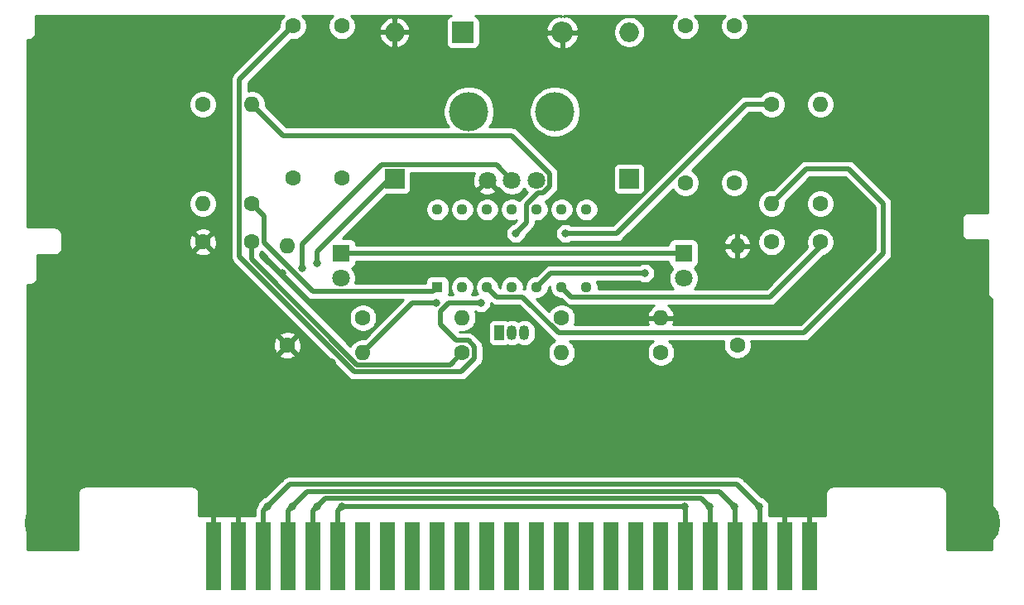
<source format=gbr>
G04 #@! TF.GenerationSoftware,KiCad,Pcbnew,(5.1.7)-1*
G04 #@! TF.CreationDate,2021-09-25T21:35:04-05:00*
G04 #@! TF.ProjectId,ConsolePedal8Bitar,436f6e73-6f6c-4655-9065-64616c384269,rev?*
G04 #@! TF.SameCoordinates,Original*
G04 #@! TF.FileFunction,Copper,L2,Bot*
G04 #@! TF.FilePolarity,Positive*
%FSLAX46Y46*%
G04 Gerber Fmt 4.6, Leading zero omitted, Abs format (unit mm)*
G04 Created by KiCad (PCBNEW (5.1.7)-1) date 2021-09-25 21:35:04*
%MOMM*%
%LPD*%
G01*
G04 APERTURE LIST*
G04 #@! TA.AperFunction,ComponentPad*
%ADD10R,1.800000X1.800000*%
G04 #@! TD*
G04 #@! TA.AperFunction,ComponentPad*
%ADD11C,1.800000*%
G04 #@! TD*
G04 #@! TA.AperFunction,ComponentPad*
%ADD12C,5.000000*%
G04 #@! TD*
G04 #@! TA.AperFunction,ComponentPad*
%ADD13C,1.600000*%
G04 #@! TD*
G04 #@! TA.AperFunction,ComponentPad*
%ADD14O,1.600000X1.600000*%
G04 #@! TD*
G04 #@! TA.AperFunction,ComponentPad*
%ADD15O,2.000000X2.000000*%
G04 #@! TD*
G04 #@! TA.AperFunction,ComponentPad*
%ADD16R,2.000000X2.000000*%
G04 #@! TD*
G04 #@! TA.AperFunction,ComponentPad*
%ADD17R,2.200000X2.200000*%
G04 #@! TD*
G04 #@! TA.AperFunction,ComponentPad*
%ADD18O,2.200000X2.200000*%
G04 #@! TD*
G04 #@! TA.AperFunction,ComponentPad*
%ADD19R,1.130000X1.130000*%
G04 #@! TD*
G04 #@! TA.AperFunction,ComponentPad*
%ADD20C,1.130000*%
G04 #@! TD*
G04 #@! TA.AperFunction,ComponentPad*
%ADD21O,1.050000X1.500000*%
G04 #@! TD*
G04 #@! TA.AperFunction,ComponentPad*
%ADD22R,1.050000X1.500000*%
G04 #@! TD*
G04 #@! TA.AperFunction,WasherPad*
%ADD23C,4.000000*%
G04 #@! TD*
G04 #@! TA.AperFunction,ConnectorPad*
%ADD24R,1.500000X7.000000*%
G04 #@! TD*
G04 #@! TA.AperFunction,ViaPad*
%ADD25C,0.800000*%
G04 #@! TD*
G04 #@! TA.AperFunction,Conductor*
%ADD26C,0.500000*%
G04 #@! TD*
G04 #@! TA.AperFunction,Conductor*
%ADD27C,0.254000*%
G04 #@! TD*
G04 #@! TA.AperFunction,Conductor*
%ADD28C,0.100000*%
G04 #@! TD*
G04 APERTURE END LIST*
D10*
G04 #@! TO.P,D1,1*
G04 #@! TO.N,Net-(D1-Pad1)*
X115250000Y-95000000D03*
D11*
G04 #@! TO.P,D1,2*
G04 #@! TO.N,/LEDPower*
X115250000Y-97540000D03*
G04 #@! TD*
G04 #@! TO.P,D2,2*
G04 #@! TO.N,/LEDPower*
X150250000Y-97540000D03*
D10*
G04 #@! TO.P,D2,1*
G04 #@! TO.N,Net-(D1-Pad1)*
X150250000Y-95000000D03*
G04 #@! TD*
D12*
G04 #@! TO.P,H1,1*
G04 #@! TO.N,GND*
X85350000Y-122600000D03*
G04 #@! TD*
G04 #@! TO.P,H2,1*
G04 #@! TO.N,GND*
X180150000Y-122600000D03*
G04 #@! TD*
D13*
G04 #@! TO.P,R3,1*
G04 #@! TO.N,GND*
X109728000Y-104394000D03*
D14*
G04 #@! TO.P,R3,2*
G04 #@! TO.N,Net-(D1-Pad1)*
X109728000Y-94234000D03*
G04 #@! TD*
D13*
G04 #@! TO.P,C1,1*
G04 #@! TO.N,/pin5*
X155448000Y-87776000D03*
G04 #@! TO.P,C1,2*
G04 #@! TO.N,/Input*
X150448000Y-87776000D03*
G04 #@! TD*
G04 #@! TO.P,C2,2*
G04 #@! TO.N,/pin5*
X115316000Y-71736000D03*
G04 #@! TO.P,C2,1*
G04 #@! TO.N,/pin6*
X110316000Y-71736000D03*
G04 #@! TD*
G04 #@! TO.P,C3,1*
G04 #@! TO.N,/pin3*
X159258000Y-93834000D03*
G04 #@! TO.P,C3,2*
G04 #@! TO.N,/pin6*
X164258000Y-93834000D03*
G04 #@! TD*
G04 #@! TO.P,C4,2*
G04 #@! TO.N,/pin3*
X155448000Y-71736000D03*
G04 #@! TO.P,C4,1*
G04 #@! TO.N,/pin4*
X150448000Y-71736000D03*
G04 #@! TD*
D15*
G04 #@! TO.P,C5,2*
G04 #@! TO.N,GND*
X120715000Y-72376000D03*
D16*
G04 #@! TO.P,C5,1*
G04 #@! TO.N,+9V*
X120715000Y-87376000D03*
G04 #@! TD*
G04 #@! TO.P,C8,1*
G04 #@! TO.N,/pin10*
X144715000Y-87376000D03*
D15*
G04 #@! TO.P,C8,2*
G04 #@! TO.N,Net-(C8-Pad2)*
X144715000Y-72376000D03*
G04 #@! TD*
D17*
G04 #@! TO.P,D3,1*
G04 #@! TO.N,+9V*
X127698500Y-72390000D03*
D18*
G04 #@! TO.P,D3,2*
G04 #@! TO.N,GND*
X137858500Y-72390000D03*
G04 #@! TD*
D19*
G04 #@! TO.P,IC1,1*
G04 #@! TO.N,/pin1*
X125095000Y-98458000D03*
D20*
G04 #@! TO.P,IC1,2*
G04 #@! TO.N,/pin13*
X127635000Y-98458000D03*
G04 #@! TO.P,IC1,3*
G04 #@! TO.N,/pin3*
X130175000Y-98458000D03*
G04 #@! TO.P,IC1,4*
G04 #@! TO.N,/pin4*
X132715000Y-98458000D03*
G04 #@! TO.P,IC1,5*
G04 #@! TO.N,/pin5*
X135255000Y-98458000D03*
G04 #@! TO.P,IC1,6*
G04 #@! TO.N,/pin6*
X137795000Y-98458000D03*
G04 #@! TO.P,IC1,7*
G04 #@! TO.N,GND*
X140335000Y-98458000D03*
G04 #@! TO.P,IC1,8*
G04 #@! TO.N,/pin11*
X140335000Y-90518000D03*
G04 #@! TO.P,IC1,9*
G04 #@! TO.N,/pin9*
X137795000Y-90518000D03*
G04 #@! TO.P,IC1,10*
G04 #@! TO.N,/pin10*
X135255000Y-90518000D03*
G04 #@! TO.P,IC1,11*
G04 #@! TO.N,/pin11*
X132715000Y-90518000D03*
G04 #@! TO.P,IC1,12*
G04 #@! TO.N,/pin12*
X130175000Y-90518000D03*
G04 #@! TO.P,IC1,13*
G04 #@! TO.N,/pin13*
X127635000Y-90518000D03*
G04 #@! TO.P,IC1,14*
G04 #@! TO.N,+9V*
X125095000Y-90518000D03*
G04 #@! TD*
D21*
G04 #@! TO.P,Q1,2*
G04 #@! TO.N,Net-(C6-Pad1)*
X132715000Y-103124000D03*
G04 #@! TO.P,Q1,3*
G04 #@! TO.N,/pin9*
X133985000Y-103124000D03*
D22*
G04 #@! TO.P,Q1,1*
G04 #@! TO.N,Net-(C7-Pad2)*
X131445000Y-103124000D03*
G04 #@! TD*
D13*
G04 #@! TO.P,R1,1*
G04 #@! TO.N,/Input*
X155765500Y-104394000D03*
D14*
G04 #@! TO.P,R1,2*
G04 #@! TO.N,GND*
X155765500Y-94234000D03*
G04 #@! TD*
D13*
G04 #@! TO.P,R2,1*
G04 #@! TO.N,/pin6*
X164258000Y-89916000D03*
D14*
G04 #@! TO.P,R2,2*
G04 #@! TO.N,/pin5*
X164258000Y-79756000D03*
G04 #@! TD*
G04 #@! TO.P,R4,2*
G04 #@! TO.N,/pin3*
X159258000Y-89916000D03*
D13*
G04 #@! TO.P,R4,1*
G04 #@! TO.N,/pin4*
X159258000Y-79756000D03*
G04 #@! TD*
G04 #@! TO.P,R5,1*
G04 #@! TO.N,/pin1*
X106092000Y-89916000D03*
D14*
G04 #@! TO.P,R5,2*
G04 #@! TO.N,/pin4*
X106092000Y-79756000D03*
G04 #@! TD*
G04 #@! TO.P,R6,2*
G04 #@! TO.N,/pin1*
X101092000Y-89916000D03*
D13*
G04 #@! TO.P,R6,1*
G04 #@! TO.N,/pin12*
X101092000Y-79756000D03*
G04 #@! TD*
G04 #@! TO.P,R7,1*
G04 #@! TO.N,/pin12*
X117475000Y-101600000D03*
D14*
G04 #@! TO.P,R7,2*
G04 #@! TO.N,Net-(C6-Pad1)*
X127635000Y-101600000D03*
G04 #@! TD*
D13*
G04 #@! TO.P,R8,1*
G04 #@! TO.N,Net-(C6-Pad1)*
X137795000Y-101600000D03*
D14*
G04 #@! TO.P,R8,2*
G04 #@! TO.N,GND*
X147955000Y-101600000D03*
G04 #@! TD*
G04 #@! TO.P,R9,2*
G04 #@! TO.N,/pin9*
X137795000Y-105156000D03*
D13*
G04 #@! TO.P,R9,1*
G04 #@! TO.N,/pin10*
X147955000Y-105156000D03*
G04 #@! TD*
D14*
G04 #@! TO.P,R10,2*
G04 #@! TO.N,/pin11*
X117475000Y-105156000D03*
D13*
G04 #@! TO.P,R10,1*
G04 #@! TO.N,Net-(C7-Pad2)*
X127635000Y-105156000D03*
G04 #@! TD*
D11*
G04 #@! TO.P,RV1,3*
G04 #@! TO.N,GND*
X130215000Y-87500000D03*
G04 #@! TO.P,RV1,2*
G04 #@! TO.N,/Output*
X132715000Y-87500000D03*
G04 #@! TO.P,RV1,1*
G04 #@! TO.N,Net-(C8-Pad2)*
X135215000Y-87500000D03*
D23*
G04 #@! TO.P,RV1,*
G04 #@! TO.N,*
X128315000Y-80500000D03*
X137115000Y-80500000D03*
G04 #@! TD*
D13*
G04 #@! TO.P,C6,2*
G04 #@! TO.N,/pin12*
X110316000Y-87268000D03*
G04 #@! TO.P,C6,1*
G04 #@! TO.N,Net-(C6-Pad1)*
X115316000Y-87268000D03*
G04 #@! TD*
G04 #@! TO.P,C7,1*
G04 #@! TO.N,GND*
X101092000Y-93834000D03*
G04 #@! TO.P,C7,2*
G04 #@! TO.N,Net-(C7-Pad2)*
X106092000Y-93834000D03*
G04 #@! TD*
D24*
G04 #@! TO.P,J1,50*
G04 #@! TO.N,GND*
X163195000Y-126000000D03*
G04 #@! TO.P,J1,49*
X160655000Y-126000000D03*
G04 #@! TO.P,J1,48*
G04 #@! TO.N,/Input*
X158115000Y-126000000D03*
G04 #@! TO.P,J1,47*
G04 #@! TO.N,/Output*
X155575000Y-126000000D03*
G04 #@! TO.P,J1,46*
G04 #@! TO.N,+9V*
X153035000Y-126000000D03*
G04 #@! TO.P,J1,45*
G04 #@! TO.N,/LEDPower*
X150495000Y-126000000D03*
G04 #@! TO.P,J1,44*
G04 #@! TO.N,N/C*
X147955000Y-126000000D03*
G04 #@! TO.P,J1,43*
X145415000Y-126000000D03*
G04 #@! TO.P,J1,42*
X142875000Y-126000000D03*
G04 #@! TO.P,J1,41*
X140335000Y-126000000D03*
G04 #@! TO.P,J1,40*
X137795000Y-126000000D03*
G04 #@! TO.P,J1,39*
X135255000Y-126000000D03*
G04 #@! TO.P,J1,38*
X132715000Y-126000000D03*
G04 #@! TO.P,J1,37*
X130175000Y-126000000D03*
G04 #@! TO.P,J1,36*
X127635000Y-126000000D03*
G04 #@! TO.P,J1,35*
X125095000Y-126000000D03*
G04 #@! TO.P,J1,34*
X122555000Y-126000000D03*
G04 #@! TO.P,J1,33*
X120015000Y-126000000D03*
G04 #@! TO.P,J1,32*
X117475000Y-126000000D03*
G04 #@! TO.P,J1,31*
G04 #@! TO.N,/LEDPower*
X114935000Y-126000000D03*
G04 #@! TO.P,J1,30*
G04 #@! TO.N,+9V*
X112395000Y-126000000D03*
G04 #@! TO.P,J1,29*
G04 #@! TO.N,/Output*
X109855000Y-126000000D03*
G04 #@! TO.P,J1,28*
G04 #@! TO.N,/Input*
X107315000Y-126000000D03*
G04 #@! TO.P,J1,27*
G04 #@! TO.N,GND*
X104775000Y-126000000D03*
G04 #@! TO.P,J1,26*
X102235000Y-126000000D03*
G04 #@! TD*
D25*
G04 #@! TO.N,GND*
X105156000Y-120904000D03*
X102616000Y-120904000D03*
X160528000Y-120904000D03*
X163068000Y-120904000D03*
X131572000Y-106172000D03*
X134112000Y-106172000D03*
X114300000Y-106172000D03*
X109220000Y-97028000D03*
X133604000Y-96520000D03*
X141732000Y-79756000D03*
X147828000Y-79756000D03*
X135636000Y-92964000D03*
X147828000Y-97028000D03*
X156972000Y-97028000D03*
X140208000Y-101092000D03*
G04 #@! TO.N,/LEDPower*
X115316000Y-120904000D03*
X150368000Y-120904000D03*
G04 #@! TO.N,/Input*
X107696000Y-120904000D03*
X157988000Y-120904000D03*
G04 #@! TO.N,/Output*
X110236000Y-120904000D03*
X155448000Y-120904000D03*
X111252000Y-96520000D03*
G04 #@! TO.N,+9V*
X112776000Y-120904000D03*
X152908000Y-120904000D03*
X112776000Y-96012000D03*
G04 #@! TO.N,/pin5*
X146304000Y-97028000D03*
G04 #@! TO.N,/pin6*
X129540000Y-100076000D03*
G04 #@! TO.N,/pin4*
X138176000Y-92964000D03*
X133096000Y-92964000D03*
G04 #@! TO.N,/pin11*
X124968000Y-100076000D03*
G04 #@! TD*
D26*
G04 #@! TO.N,GND*
X104775000Y-121285000D02*
X105156000Y-120904000D01*
X104775000Y-126000000D02*
X104775000Y-121285000D01*
X102235000Y-121285000D02*
X102616000Y-120904000D01*
X102235000Y-126000000D02*
X102235000Y-121285000D01*
X160655000Y-121031000D02*
X160528000Y-120904000D01*
X160655000Y-126000000D02*
X160655000Y-121031000D01*
X163195000Y-121031000D02*
X163068000Y-120904000D01*
X163195000Y-126000000D02*
X163195000Y-121031000D01*
G04 #@! TO.N,/LEDPower*
X114935000Y-121285000D02*
X115316000Y-120904000D01*
X114935000Y-126000000D02*
X114935000Y-121285000D01*
X150495000Y-121031000D02*
X150368000Y-120904000D01*
X150495000Y-126000000D02*
X150495000Y-121031000D01*
X115316000Y-120904000D02*
X150368000Y-120904000D01*
G04 #@! TO.N,/Input*
X107315000Y-121285000D02*
X107696000Y-120904000D01*
X107315000Y-126000000D02*
X107315000Y-121285000D01*
X158115000Y-121031000D02*
X157988000Y-120904000D01*
X158115000Y-126000000D02*
X158115000Y-121031000D01*
X155737979Y-118653979D02*
X157988000Y-120904000D01*
X109946021Y-118653979D02*
X155737979Y-118653979D01*
X107696000Y-120904000D02*
X109946021Y-118653979D01*
G04 #@! TO.N,/Output*
X109855000Y-121285000D02*
X110236000Y-120904000D01*
X109855000Y-126000000D02*
X109855000Y-121285000D01*
X155575000Y-121031000D02*
X155448000Y-120904000D01*
X155575000Y-126000000D02*
X155575000Y-121031000D01*
X153897989Y-119353989D02*
X155448000Y-120904000D01*
X111786011Y-119353989D02*
X153897989Y-119353989D01*
X110236000Y-120904000D02*
X111786011Y-119353989D01*
X119354999Y-85925999D02*
X131140999Y-85925999D01*
X131140999Y-85925999D02*
X132715000Y-87500000D01*
X111252000Y-94028998D02*
X119354999Y-85925999D01*
X111252000Y-96520000D02*
X111252000Y-94028998D01*
G04 #@! TO.N,+9V*
X112395000Y-121285000D02*
X112776000Y-120904000D01*
X112395000Y-126000000D02*
X112395000Y-121285000D01*
X153035000Y-121031000D02*
X152908000Y-120904000D01*
X153035000Y-126000000D02*
X153035000Y-121031000D01*
X152057999Y-120053999D02*
X152908000Y-120904000D01*
X113626001Y-120053999D02*
X152057999Y-120053999D01*
X112776000Y-120904000D02*
X113626001Y-120053999D01*
X120263998Y-87376000D02*
X120715000Y-87376000D01*
X112776000Y-94863998D02*
X120263998Y-87376000D01*
X112776000Y-96012000D02*
X112776000Y-94863998D01*
G04 #@! TO.N,Net-(D1-Pad1)*
X115250000Y-95000000D02*
X150250000Y-95000000D01*
G04 #@! TO.N,/pin5*
X136685000Y-97028000D02*
X135255000Y-98458000D01*
X146304000Y-97028000D02*
X136685000Y-97028000D01*
G04 #@! TO.N,/pin6*
X138810001Y-99473001D02*
X159098999Y-99473001D01*
X137795000Y-98458000D02*
X138810001Y-99473001D01*
X164258000Y-94314000D02*
X164258000Y-93834000D01*
X159098999Y-99473001D02*
X164258000Y-94314000D01*
X127534991Y-107106011D02*
X116585046Y-107106011D01*
X128885001Y-105756001D02*
X127534991Y-107106011D01*
X116585046Y-107106011D02*
X104841999Y-95362964D01*
X128885001Y-104555999D02*
X128885001Y-105756001D01*
X128235001Y-103905999D02*
X128885001Y-104555999D01*
X104841999Y-95362964D02*
X104841999Y-77210001D01*
X127034999Y-103905999D02*
X128235001Y-103905999D01*
X125376001Y-102247001D02*
X127034999Y-103905999D01*
X125376001Y-100926001D02*
X125376001Y-102247001D01*
X126226002Y-100076000D02*
X125376001Y-100926001D01*
X104841999Y-77210001D02*
X110316000Y-71736000D01*
X129540000Y-100076000D02*
X126226002Y-100076000D01*
G04 #@! TO.N,/pin3*
X133817999Y-99473001D02*
X137468998Y-103124000D01*
X131190001Y-99473001D02*
X133817999Y-99473001D01*
X130175000Y-98458000D02*
X131190001Y-99473001D01*
X137468998Y-103124000D02*
X162560000Y-103124000D01*
X162560000Y-103124000D02*
X170688000Y-94996000D01*
X170688000Y-94996000D02*
X170688000Y-89916000D01*
X170688000Y-89916000D02*
X167132000Y-86360000D01*
X162814000Y-86360000D02*
X159258000Y-89916000D01*
X167132000Y-86360000D02*
X162814000Y-86360000D01*
G04 #@! TO.N,/pin4*
X156617998Y-79756000D02*
X159258000Y-79756000D01*
X143409998Y-92964000D02*
X156617998Y-79756000D01*
X138176000Y-92964000D02*
X143409998Y-92964000D01*
X109286001Y-82950001D02*
X106092000Y-79756000D01*
X136565001Y-86851999D02*
X132663003Y-82950001D01*
X136565001Y-88148001D02*
X136565001Y-86851999D01*
X135863001Y-88850001D02*
X136565001Y-88148001D01*
X135420797Y-88850001D02*
X135863001Y-88850001D01*
X134239999Y-90030799D02*
X135420797Y-88850001D01*
X134239999Y-91820001D02*
X134239999Y-90030799D01*
X132663003Y-82950001D02*
X109286001Y-82950001D01*
X133096000Y-92964000D02*
X134239999Y-91820001D01*
G04 #@! TO.N,Net-(C7-Pad2)*
X106092000Y-95623002D02*
X106092000Y-93834000D01*
X116874999Y-106406001D02*
X106092000Y-95623002D01*
X126384999Y-106406001D02*
X116874999Y-106406001D01*
X127635000Y-105156000D02*
X126384999Y-106406001D01*
G04 #@! TO.N,/pin1*
X107342001Y-93868003D02*
X107342001Y-91166001D01*
X112363999Y-98890001D02*
X107342001Y-93868003D01*
X124662999Y-98890001D02*
X112363999Y-98890001D01*
X107342001Y-91166001D02*
X106092000Y-89916000D01*
X125095000Y-98458000D02*
X124662999Y-98890001D01*
G04 #@! TO.N,/pin11*
X122555000Y-100076000D02*
X117475000Y-105156000D01*
X124968000Y-100076000D02*
X122555000Y-100076000D01*
G04 #@! TD*
D27*
G04 #@! TO.N,GND*
X109207576Y-70826340D02*
X109051409Y-71060062D01*
X108943838Y-71319759D01*
X108889000Y-71595453D01*
X108889000Y-71876547D01*
X108896663Y-71915072D01*
X104252326Y-76559409D01*
X104218867Y-76586868D01*
X104191408Y-76620327D01*
X104191405Y-76620330D01*
X104109273Y-76720409D01*
X104027837Y-76872765D01*
X103977689Y-77038079D01*
X103960756Y-77210001D01*
X103965000Y-77253091D01*
X103964999Y-95319884D01*
X103960756Y-95362964D01*
X103973228Y-95489592D01*
X103977689Y-95534885D01*
X104027837Y-95700200D01*
X104109272Y-95852555D01*
X104218866Y-95986097D01*
X104252331Y-96013561D01*
X115934449Y-107695679D01*
X115961913Y-107729144D01*
X116095454Y-107838738D01*
X116247809Y-107920173D01*
X116413124Y-107970321D01*
X116541967Y-107983011D01*
X116541976Y-107983011D01*
X116585045Y-107987253D01*
X116628115Y-107983011D01*
X127491912Y-107983011D01*
X127534991Y-107987254D01*
X127578070Y-107983011D01*
X127706913Y-107970321D01*
X127872228Y-107920173D01*
X128024583Y-107838738D01*
X128158124Y-107729144D01*
X128185588Y-107695679D01*
X129474669Y-106406598D01*
X129508134Y-106379134D01*
X129617728Y-106245593D01*
X129699163Y-106093238D01*
X129749311Y-105927923D01*
X129762001Y-105799080D01*
X129762001Y-105799071D01*
X129766243Y-105756002D01*
X129762001Y-105712932D01*
X129762001Y-104599078D01*
X129766244Y-104555999D01*
X129749311Y-104384076D01*
X129699163Y-104218762D01*
X129623882Y-104077921D01*
X129617728Y-104066407D01*
X129560696Y-103996913D01*
X129535595Y-103966327D01*
X129535593Y-103966325D01*
X129508134Y-103932866D01*
X129474676Y-103905408D01*
X128885597Y-103316330D01*
X128858134Y-103282866D01*
X128724593Y-103173272D01*
X128572238Y-103091837D01*
X128406923Y-103041689D01*
X128278080Y-103028999D01*
X128235001Y-103024756D01*
X128191922Y-103028999D01*
X127398264Y-103028999D01*
X127371885Y-103002620D01*
X127494453Y-103027000D01*
X127775547Y-103027000D01*
X128051241Y-102972162D01*
X128310938Y-102864591D01*
X128544660Y-102708424D01*
X128743424Y-102509660D01*
X128834068Y-102374000D01*
X130289967Y-102374000D01*
X130289967Y-103874000D01*
X130302073Y-103996913D01*
X130337925Y-104115103D01*
X130396147Y-104224028D01*
X130474499Y-104319501D01*
X130569972Y-104397853D01*
X130678897Y-104456075D01*
X130797087Y-104491927D01*
X130920000Y-104504033D01*
X131970000Y-104504033D01*
X132092913Y-104491927D01*
X132211103Y-104456075D01*
X132278052Y-104420290D01*
X132489170Y-104484332D01*
X132715000Y-104506574D01*
X132940831Y-104484332D01*
X133157984Y-104418459D01*
X133350000Y-104315825D01*
X133542017Y-104418459D01*
X133759170Y-104484332D01*
X133985000Y-104506574D01*
X134210831Y-104484332D01*
X134427984Y-104418459D01*
X134628114Y-104311488D01*
X134803528Y-104167528D01*
X134947488Y-103992114D01*
X135054459Y-103791983D01*
X135120332Y-103574830D01*
X135137000Y-103405594D01*
X135137000Y-102842405D01*
X135120332Y-102673169D01*
X135054459Y-102456016D01*
X134947488Y-102255886D01*
X134803528Y-102080472D01*
X134628113Y-101936512D01*
X134427983Y-101829541D01*
X134210830Y-101763668D01*
X133985000Y-101741426D01*
X133759169Y-101763668D01*
X133542016Y-101829541D01*
X133350000Y-101932175D01*
X133157983Y-101829541D01*
X132940830Y-101763668D01*
X132715000Y-101741426D01*
X132489169Y-101763668D01*
X132278052Y-101827710D01*
X132211103Y-101791925D01*
X132092913Y-101756073D01*
X131970000Y-101743967D01*
X130920000Y-101743967D01*
X130797087Y-101756073D01*
X130678897Y-101791925D01*
X130569972Y-101850147D01*
X130474499Y-101928499D01*
X130396147Y-102023972D01*
X130337925Y-102132897D01*
X130302073Y-102251087D01*
X130289967Y-102374000D01*
X128834068Y-102374000D01*
X128899591Y-102275938D01*
X129007162Y-102016241D01*
X129062000Y-101740547D01*
X129062000Y-101459453D01*
X129007162Y-101183759D01*
X128911578Y-100953000D01*
X129003973Y-100953000D01*
X129053533Y-100986115D01*
X129240435Y-101063533D01*
X129438849Y-101103000D01*
X129641151Y-101103000D01*
X129839565Y-101063533D01*
X130026467Y-100986115D01*
X130194674Y-100873723D01*
X130337723Y-100730674D01*
X130450115Y-100562467D01*
X130527533Y-100375565D01*
X130567000Y-100177151D01*
X130567000Y-100096242D01*
X130700409Y-100205728D01*
X130852764Y-100287163D01*
X131018079Y-100337311D01*
X131146922Y-100350001D01*
X131146923Y-100350001D01*
X131190000Y-100354244D01*
X131233077Y-100350001D01*
X133454734Y-100350001D01*
X136818401Y-103713668D01*
X136845865Y-103747133D01*
X136979406Y-103856727D01*
X137085832Y-103913613D01*
X136885340Y-104047576D01*
X136686576Y-104246340D01*
X136530409Y-104480062D01*
X136422838Y-104739759D01*
X136368000Y-105015453D01*
X136368000Y-105296547D01*
X136422838Y-105572241D01*
X136530409Y-105831938D01*
X136686576Y-106065660D01*
X136885340Y-106264424D01*
X137119062Y-106420591D01*
X137378759Y-106528162D01*
X137654453Y-106583000D01*
X137935547Y-106583000D01*
X138211241Y-106528162D01*
X138470938Y-106420591D01*
X138704660Y-106264424D01*
X138903424Y-106065660D01*
X139059591Y-105831938D01*
X139167162Y-105572241D01*
X139222000Y-105296547D01*
X139222000Y-105015453D01*
X139167162Y-104739759D01*
X139059591Y-104480062D01*
X138903424Y-104246340D01*
X138704660Y-104047576D01*
X138634954Y-104001000D01*
X147115046Y-104001000D01*
X147045340Y-104047576D01*
X146846576Y-104246340D01*
X146690409Y-104480062D01*
X146582838Y-104739759D01*
X146528000Y-105015453D01*
X146528000Y-105296547D01*
X146582838Y-105572241D01*
X146690409Y-105831938D01*
X146846576Y-106065660D01*
X147045340Y-106264424D01*
X147279062Y-106420591D01*
X147538759Y-106528162D01*
X147814453Y-106583000D01*
X148095547Y-106583000D01*
X148371241Y-106528162D01*
X148630938Y-106420591D01*
X148864660Y-106264424D01*
X149063424Y-106065660D01*
X149219591Y-105831938D01*
X149327162Y-105572241D01*
X149382000Y-105296547D01*
X149382000Y-105015453D01*
X149327162Y-104739759D01*
X149219591Y-104480062D01*
X149063424Y-104246340D01*
X148864660Y-104047576D01*
X148794954Y-104001000D01*
X154388715Y-104001000D01*
X154338500Y-104253453D01*
X154338500Y-104534547D01*
X154393338Y-104810241D01*
X154500909Y-105069938D01*
X154657076Y-105303660D01*
X154855840Y-105502424D01*
X155089562Y-105658591D01*
X155349259Y-105766162D01*
X155624953Y-105821000D01*
X155906047Y-105821000D01*
X156181741Y-105766162D01*
X156441438Y-105658591D01*
X156675160Y-105502424D01*
X156873924Y-105303660D01*
X157030091Y-105069938D01*
X157137662Y-104810241D01*
X157192500Y-104534547D01*
X157192500Y-104253453D01*
X157142285Y-104001000D01*
X162516921Y-104001000D01*
X162560000Y-104005243D01*
X162603079Y-104001000D01*
X162731922Y-103988310D01*
X162897237Y-103938162D01*
X163049592Y-103856727D01*
X163183133Y-103747133D01*
X163210597Y-103713668D01*
X171277675Y-95646591D01*
X171311133Y-95619133D01*
X171338944Y-95585246D01*
X171420726Y-95485593D01*
X171420728Y-95485591D01*
X171502162Y-95333237D01*
X171524287Y-95260300D01*
X171552310Y-95167923D01*
X171569243Y-94996000D01*
X171565000Y-94952921D01*
X171565000Y-89959069D01*
X171569242Y-89915999D01*
X171565000Y-89872930D01*
X171565000Y-89872921D01*
X171552310Y-89744078D01*
X171502162Y-89578763D01*
X171420727Y-89426408D01*
X171311133Y-89292867D01*
X171277668Y-89265403D01*
X167782597Y-85770332D01*
X167755133Y-85736867D01*
X167621592Y-85627273D01*
X167469237Y-85545838D01*
X167303922Y-85495690D01*
X167175079Y-85483000D01*
X167132000Y-85478757D01*
X167088921Y-85483000D01*
X162857069Y-85483000D01*
X162813999Y-85478758D01*
X162770930Y-85483000D01*
X162770921Y-85483000D01*
X162642078Y-85495690D01*
X162476763Y-85545838D01*
X162324408Y-85627273D01*
X162190867Y-85736867D01*
X162163403Y-85770332D01*
X159437072Y-88496663D01*
X159398547Y-88489000D01*
X159117453Y-88489000D01*
X158841759Y-88543838D01*
X158582062Y-88651409D01*
X158348340Y-88807576D01*
X158149576Y-89006340D01*
X157993409Y-89240062D01*
X157885838Y-89499759D01*
X157831000Y-89775453D01*
X157831000Y-90056547D01*
X157885838Y-90332241D01*
X157993409Y-90591938D01*
X158149576Y-90825660D01*
X158348340Y-91024424D01*
X158582062Y-91180591D01*
X158841759Y-91288162D01*
X159117453Y-91343000D01*
X159398547Y-91343000D01*
X159674241Y-91288162D01*
X159933938Y-91180591D01*
X160167660Y-91024424D01*
X160366424Y-90825660D01*
X160522591Y-90591938D01*
X160630162Y-90332241D01*
X160685000Y-90056547D01*
X160685000Y-89775453D01*
X162831000Y-89775453D01*
X162831000Y-90056547D01*
X162885838Y-90332241D01*
X162993409Y-90591938D01*
X163149576Y-90825660D01*
X163348340Y-91024424D01*
X163582062Y-91180591D01*
X163841759Y-91288162D01*
X164117453Y-91343000D01*
X164398547Y-91343000D01*
X164674241Y-91288162D01*
X164933938Y-91180591D01*
X165167660Y-91024424D01*
X165366424Y-90825660D01*
X165522591Y-90591938D01*
X165630162Y-90332241D01*
X165685000Y-90056547D01*
X165685000Y-89775453D01*
X165630162Y-89499759D01*
X165522591Y-89240062D01*
X165366424Y-89006340D01*
X165167660Y-88807576D01*
X164933938Y-88651409D01*
X164674241Y-88543838D01*
X164398547Y-88489000D01*
X164117453Y-88489000D01*
X163841759Y-88543838D01*
X163582062Y-88651409D01*
X163348340Y-88807576D01*
X163149576Y-89006340D01*
X162993409Y-89240062D01*
X162885838Y-89499759D01*
X162831000Y-89775453D01*
X160685000Y-89775453D01*
X160677337Y-89736928D01*
X163177265Y-87237000D01*
X166768735Y-87237000D01*
X169811001Y-90279266D01*
X169811000Y-94632734D01*
X162196735Y-102247000D01*
X149228773Y-102247000D01*
X149306246Y-102083087D01*
X149346904Y-101949039D01*
X149224915Y-101727000D01*
X148082000Y-101727000D01*
X148082000Y-101747000D01*
X147828000Y-101747000D01*
X147828000Y-101727000D01*
X146685085Y-101727000D01*
X146563096Y-101949039D01*
X146603754Y-102083087D01*
X146681227Y-102247000D01*
X139071578Y-102247000D01*
X139167162Y-102016241D01*
X139222000Y-101740547D01*
X139222000Y-101459453D01*
X139167162Y-101183759D01*
X139059591Y-100924062D01*
X138903424Y-100690340D01*
X138704660Y-100491576D01*
X138470938Y-100335409D01*
X138211241Y-100227838D01*
X137935547Y-100173000D01*
X137654453Y-100173000D01*
X137378759Y-100227838D01*
X137119062Y-100335409D01*
X136885340Y-100491576D01*
X136686576Y-100690340D01*
X136530409Y-100924062D01*
X136524234Y-100938971D01*
X135235263Y-99650000D01*
X135372402Y-99650000D01*
X135602694Y-99604193D01*
X135819624Y-99514337D01*
X136014856Y-99383887D01*
X136180887Y-99217856D01*
X136311337Y-99022624D01*
X136401193Y-98805694D01*
X136447000Y-98575402D01*
X136447000Y-98506265D01*
X136603000Y-98350265D01*
X136603000Y-98575402D01*
X136648807Y-98805694D01*
X136738663Y-99022624D01*
X136869113Y-99217856D01*
X137035144Y-99383887D01*
X137230376Y-99514337D01*
X137447306Y-99604193D01*
X137677598Y-99650000D01*
X137746735Y-99650000D01*
X138159404Y-100062669D01*
X138186868Y-100096134D01*
X138320409Y-100205728D01*
X138472764Y-100287163D01*
X138638079Y-100337311D01*
X138766922Y-100350001D01*
X138766923Y-100350001D01*
X138810000Y-100354244D01*
X138853077Y-100350001D01*
X147262632Y-100350001D01*
X147099869Y-100447615D01*
X146891481Y-100636586D01*
X146723963Y-100862580D01*
X146603754Y-101116913D01*
X146563096Y-101250961D01*
X146685085Y-101473000D01*
X147828000Y-101473000D01*
X147828000Y-101453000D01*
X148082000Y-101453000D01*
X148082000Y-101473000D01*
X149224915Y-101473000D01*
X149346904Y-101250961D01*
X149306246Y-101116913D01*
X149186037Y-100862580D01*
X149018519Y-100636586D01*
X148810131Y-100447615D01*
X148647368Y-100350001D01*
X159055920Y-100350001D01*
X159098999Y-100354244D01*
X159142078Y-100350001D01*
X159270921Y-100337311D01*
X159436236Y-100287163D01*
X159588591Y-100205728D01*
X159722132Y-100096134D01*
X159749596Y-100062669D01*
X164589185Y-95223080D01*
X164674241Y-95206162D01*
X164933938Y-95098591D01*
X165167660Y-94942424D01*
X165366424Y-94743660D01*
X165522591Y-94509938D01*
X165630162Y-94250241D01*
X165685000Y-93974547D01*
X165685000Y-93693453D01*
X165630162Y-93417759D01*
X165522591Y-93158062D01*
X165366424Y-92924340D01*
X165167660Y-92725576D01*
X164933938Y-92569409D01*
X164674241Y-92461838D01*
X164398547Y-92407000D01*
X164117453Y-92407000D01*
X163841759Y-92461838D01*
X163582062Y-92569409D01*
X163348340Y-92725576D01*
X163149576Y-92924340D01*
X162993409Y-93158062D01*
X162885838Y-93417759D01*
X162831000Y-93693453D01*
X162831000Y-93974547D01*
X162885838Y-94250241D01*
X162943145Y-94388590D01*
X158735734Y-98596001D01*
X151353504Y-98596001D01*
X151436099Y-98513406D01*
X151603210Y-98263306D01*
X151718319Y-97985410D01*
X151777000Y-97690396D01*
X151777000Y-97389604D01*
X151718319Y-97094590D01*
X151603210Y-96816694D01*
X151436099Y-96566594D01*
X151360779Y-96491274D01*
X151391103Y-96482075D01*
X151500028Y-96423853D01*
X151595501Y-96345501D01*
X151673853Y-96250028D01*
X151732075Y-96141103D01*
X151767927Y-96022913D01*
X151780033Y-95900000D01*
X151780033Y-94583040D01*
X154373591Y-94583040D01*
X154468430Y-94847881D01*
X154613115Y-95089131D01*
X154802086Y-95297519D01*
X155028080Y-95465037D01*
X155282413Y-95585246D01*
X155416461Y-95625904D01*
X155638500Y-95503915D01*
X155638500Y-94361000D01*
X155892500Y-94361000D01*
X155892500Y-95503915D01*
X156114539Y-95625904D01*
X156248587Y-95585246D01*
X156502920Y-95465037D01*
X156728914Y-95297519D01*
X156917885Y-95089131D01*
X157062570Y-94847881D01*
X157157409Y-94583040D01*
X157036124Y-94361000D01*
X155892500Y-94361000D01*
X155638500Y-94361000D01*
X154494876Y-94361000D01*
X154373591Y-94583040D01*
X151780033Y-94583040D01*
X151780033Y-94100000D01*
X151767927Y-93977087D01*
X151739982Y-93884960D01*
X154373591Y-93884960D01*
X154494876Y-94107000D01*
X155638500Y-94107000D01*
X155638500Y-92964085D01*
X155892500Y-92964085D01*
X155892500Y-94107000D01*
X157036124Y-94107000D01*
X157157409Y-93884960D01*
X157088831Y-93693453D01*
X157831000Y-93693453D01*
X157831000Y-93974547D01*
X157885838Y-94250241D01*
X157993409Y-94509938D01*
X158149576Y-94743660D01*
X158348340Y-94942424D01*
X158582062Y-95098591D01*
X158841759Y-95206162D01*
X159117453Y-95261000D01*
X159398547Y-95261000D01*
X159674241Y-95206162D01*
X159933938Y-95098591D01*
X160167660Y-94942424D01*
X160366424Y-94743660D01*
X160522591Y-94509938D01*
X160630162Y-94250241D01*
X160685000Y-93974547D01*
X160685000Y-93693453D01*
X160630162Y-93417759D01*
X160522591Y-93158062D01*
X160366424Y-92924340D01*
X160167660Y-92725576D01*
X159933938Y-92569409D01*
X159674241Y-92461838D01*
X159398547Y-92407000D01*
X159117453Y-92407000D01*
X158841759Y-92461838D01*
X158582062Y-92569409D01*
X158348340Y-92725576D01*
X158149576Y-92924340D01*
X157993409Y-93158062D01*
X157885838Y-93417759D01*
X157831000Y-93693453D01*
X157088831Y-93693453D01*
X157062570Y-93620119D01*
X156917885Y-93378869D01*
X156728914Y-93170481D01*
X156502920Y-93002963D01*
X156248587Y-92882754D01*
X156114539Y-92842096D01*
X155892500Y-92964085D01*
X155638500Y-92964085D01*
X155416461Y-92842096D01*
X155282413Y-92882754D01*
X155028080Y-93002963D01*
X154802086Y-93170481D01*
X154613115Y-93378869D01*
X154468430Y-93620119D01*
X154373591Y-93884960D01*
X151739982Y-93884960D01*
X151732075Y-93858897D01*
X151673853Y-93749972D01*
X151595501Y-93654499D01*
X151500028Y-93576147D01*
X151391103Y-93517925D01*
X151272913Y-93482073D01*
X151150000Y-93469967D01*
X149350000Y-93469967D01*
X149227087Y-93482073D01*
X149108897Y-93517925D01*
X148999972Y-93576147D01*
X148904499Y-93654499D01*
X148826147Y-93749972D01*
X148767925Y-93858897D01*
X148732073Y-93977087D01*
X148719967Y-94100000D01*
X148719967Y-94123000D01*
X116780033Y-94123000D01*
X116780033Y-94100000D01*
X116767927Y-93977087D01*
X116732075Y-93858897D01*
X116673853Y-93749972D01*
X116595501Y-93654499D01*
X116500028Y-93576147D01*
X116391103Y-93517925D01*
X116272913Y-93482073D01*
X116150000Y-93469967D01*
X115410296Y-93469967D01*
X118479665Y-90400598D01*
X123903000Y-90400598D01*
X123903000Y-90635402D01*
X123948807Y-90865694D01*
X124038663Y-91082624D01*
X124169113Y-91277856D01*
X124335144Y-91443887D01*
X124530376Y-91574337D01*
X124747306Y-91664193D01*
X124977598Y-91710000D01*
X125212402Y-91710000D01*
X125442694Y-91664193D01*
X125659624Y-91574337D01*
X125854856Y-91443887D01*
X126020887Y-91277856D01*
X126151337Y-91082624D01*
X126241193Y-90865694D01*
X126287000Y-90635402D01*
X126287000Y-90400598D01*
X126443000Y-90400598D01*
X126443000Y-90635402D01*
X126488807Y-90865694D01*
X126578663Y-91082624D01*
X126709113Y-91277856D01*
X126875144Y-91443887D01*
X127070376Y-91574337D01*
X127287306Y-91664193D01*
X127517598Y-91710000D01*
X127752402Y-91710000D01*
X127982694Y-91664193D01*
X128199624Y-91574337D01*
X128394856Y-91443887D01*
X128560887Y-91277856D01*
X128691337Y-91082624D01*
X128781193Y-90865694D01*
X128827000Y-90635402D01*
X128827000Y-90400598D01*
X128983000Y-90400598D01*
X128983000Y-90635402D01*
X129028807Y-90865694D01*
X129118663Y-91082624D01*
X129249113Y-91277856D01*
X129415144Y-91443887D01*
X129610376Y-91574337D01*
X129827306Y-91664193D01*
X130057598Y-91710000D01*
X130292402Y-91710000D01*
X130522694Y-91664193D01*
X130739624Y-91574337D01*
X130934856Y-91443887D01*
X131100887Y-91277856D01*
X131231337Y-91082624D01*
X131321193Y-90865694D01*
X131367000Y-90635402D01*
X131367000Y-90400598D01*
X131321193Y-90170306D01*
X131231337Y-89953376D01*
X131100887Y-89758144D01*
X130934856Y-89592113D01*
X130739624Y-89461663D01*
X130522694Y-89371807D01*
X130292402Y-89326000D01*
X130057598Y-89326000D01*
X129827306Y-89371807D01*
X129610376Y-89461663D01*
X129415144Y-89592113D01*
X129249113Y-89758144D01*
X129118663Y-89953376D01*
X129028807Y-90170306D01*
X128983000Y-90400598D01*
X128827000Y-90400598D01*
X128781193Y-90170306D01*
X128691337Y-89953376D01*
X128560887Y-89758144D01*
X128394856Y-89592113D01*
X128199624Y-89461663D01*
X127982694Y-89371807D01*
X127752402Y-89326000D01*
X127517598Y-89326000D01*
X127287306Y-89371807D01*
X127070376Y-89461663D01*
X126875144Y-89592113D01*
X126709113Y-89758144D01*
X126578663Y-89953376D01*
X126488807Y-90170306D01*
X126443000Y-90400598D01*
X126287000Y-90400598D01*
X126241193Y-90170306D01*
X126151337Y-89953376D01*
X126020887Y-89758144D01*
X125854856Y-89592113D01*
X125659624Y-89461663D01*
X125442694Y-89371807D01*
X125212402Y-89326000D01*
X124977598Y-89326000D01*
X124747306Y-89371807D01*
X124530376Y-89461663D01*
X124335144Y-89592113D01*
X124169113Y-89758144D01*
X124038663Y-89953376D01*
X123948807Y-90170306D01*
X123903000Y-90400598D01*
X118479665Y-90400598D01*
X119874230Y-89006033D01*
X121715000Y-89006033D01*
X121837913Y-88993927D01*
X121956103Y-88958075D01*
X122065028Y-88899853D01*
X122160501Y-88821501D01*
X122238853Y-88726028D01*
X122297075Y-88617103D01*
X122313159Y-88564080D01*
X129330525Y-88564080D01*
X129414208Y-88818261D01*
X129686775Y-88949158D01*
X129979642Y-89024365D01*
X130281553Y-89040991D01*
X130580907Y-88998397D01*
X130866199Y-88898222D01*
X131015792Y-88818261D01*
X131099475Y-88564080D01*
X130215000Y-87679605D01*
X129330525Y-88564080D01*
X122313159Y-88564080D01*
X122332927Y-88498913D01*
X122345033Y-88376000D01*
X122345033Y-86802999D01*
X128846895Y-86802999D01*
X128765842Y-86971775D01*
X128690635Y-87264642D01*
X128674009Y-87566553D01*
X128716603Y-87865907D01*
X128816778Y-88151199D01*
X128896739Y-88300792D01*
X129150920Y-88384475D01*
X130035395Y-87500000D01*
X130021253Y-87485858D01*
X130200858Y-87306253D01*
X130215000Y-87320395D01*
X130229143Y-87306253D01*
X130408748Y-87485858D01*
X130394605Y-87500000D01*
X131279080Y-88384475D01*
X131435147Y-88333094D01*
X131528901Y-88473406D01*
X131741594Y-88686099D01*
X131991694Y-88853210D01*
X132269590Y-88968319D01*
X132564604Y-89027000D01*
X132865396Y-89027000D01*
X133160410Y-88968319D01*
X133438306Y-88853210D01*
X133688406Y-88686099D01*
X133901099Y-88473406D01*
X133965000Y-88377771D01*
X134028901Y-88473406D01*
X134241594Y-88686099D01*
X134303242Y-88727291D01*
X133650326Y-89380207D01*
X133616867Y-89407666D01*
X133589408Y-89441125D01*
X133589405Y-89441128D01*
X133507273Y-89541207D01*
X133478249Y-89595506D01*
X133474856Y-89592113D01*
X133279624Y-89461663D01*
X133062694Y-89371807D01*
X132832402Y-89326000D01*
X132597598Y-89326000D01*
X132367306Y-89371807D01*
X132150376Y-89461663D01*
X131955144Y-89592113D01*
X131789113Y-89758144D01*
X131658663Y-89953376D01*
X131568807Y-90170306D01*
X131523000Y-90400598D01*
X131523000Y-90635402D01*
X131568807Y-90865694D01*
X131658663Y-91082624D01*
X131789113Y-91277856D01*
X131955144Y-91443887D01*
X132150376Y-91574337D01*
X132367306Y-91664193D01*
X132597598Y-91710000D01*
X132832402Y-91710000D01*
X133062694Y-91664193D01*
X133221195Y-91598539D01*
X132854896Y-91964838D01*
X132796435Y-91976467D01*
X132609533Y-92053885D01*
X132441326Y-92166277D01*
X132298277Y-92309326D01*
X132185885Y-92477533D01*
X132108467Y-92664435D01*
X132069000Y-92862849D01*
X132069000Y-93065151D01*
X132108467Y-93263565D01*
X132185885Y-93450467D01*
X132298277Y-93618674D01*
X132441326Y-93761723D01*
X132609533Y-93874115D01*
X132796435Y-93951533D01*
X132994849Y-93991000D01*
X133197151Y-93991000D01*
X133395565Y-93951533D01*
X133582467Y-93874115D01*
X133750674Y-93761723D01*
X133893723Y-93618674D01*
X134006115Y-93450467D01*
X134083533Y-93263565D01*
X134095162Y-93205104D01*
X134437417Y-92862849D01*
X137149000Y-92862849D01*
X137149000Y-93065151D01*
X137188467Y-93263565D01*
X137265885Y-93450467D01*
X137378277Y-93618674D01*
X137521326Y-93761723D01*
X137689533Y-93874115D01*
X137876435Y-93951533D01*
X138074849Y-93991000D01*
X138277151Y-93991000D01*
X138475565Y-93951533D01*
X138662467Y-93874115D01*
X138712027Y-93841000D01*
X143366919Y-93841000D01*
X143409998Y-93845243D01*
X143453077Y-93841000D01*
X143581920Y-93828310D01*
X143747235Y-93778162D01*
X143899590Y-93696727D01*
X144033131Y-93587133D01*
X144060595Y-93553668D01*
X149177234Y-88437030D01*
X149183409Y-88451938D01*
X149339576Y-88685660D01*
X149538340Y-88884424D01*
X149772062Y-89040591D01*
X150031759Y-89148162D01*
X150307453Y-89203000D01*
X150588547Y-89203000D01*
X150864241Y-89148162D01*
X151123938Y-89040591D01*
X151357660Y-88884424D01*
X151556424Y-88685660D01*
X151712591Y-88451938D01*
X151820162Y-88192241D01*
X151875000Y-87916547D01*
X151875000Y-87635453D01*
X154021000Y-87635453D01*
X154021000Y-87916547D01*
X154075838Y-88192241D01*
X154183409Y-88451938D01*
X154339576Y-88685660D01*
X154538340Y-88884424D01*
X154772062Y-89040591D01*
X155031759Y-89148162D01*
X155307453Y-89203000D01*
X155588547Y-89203000D01*
X155864241Y-89148162D01*
X156123938Y-89040591D01*
X156357660Y-88884424D01*
X156556424Y-88685660D01*
X156712591Y-88451938D01*
X156820162Y-88192241D01*
X156875000Y-87916547D01*
X156875000Y-87635453D01*
X156820162Y-87359759D01*
X156712591Y-87100062D01*
X156556424Y-86866340D01*
X156357660Y-86667576D01*
X156123938Y-86511409D01*
X155864241Y-86403838D01*
X155588547Y-86349000D01*
X155307453Y-86349000D01*
X155031759Y-86403838D01*
X154772062Y-86511409D01*
X154538340Y-86667576D01*
X154339576Y-86866340D01*
X154183409Y-87100062D01*
X154075838Y-87359759D01*
X154021000Y-87635453D01*
X151875000Y-87635453D01*
X151820162Y-87359759D01*
X151712591Y-87100062D01*
X151556424Y-86866340D01*
X151357660Y-86667576D01*
X151123938Y-86511409D01*
X151109030Y-86505234D01*
X156981264Y-80633000D01*
X158127753Y-80633000D01*
X158149576Y-80665660D01*
X158348340Y-80864424D01*
X158582062Y-81020591D01*
X158841759Y-81128162D01*
X159117453Y-81183000D01*
X159398547Y-81183000D01*
X159674241Y-81128162D01*
X159933938Y-81020591D01*
X160167660Y-80864424D01*
X160366424Y-80665660D01*
X160522591Y-80431938D01*
X160630162Y-80172241D01*
X160685000Y-79896547D01*
X160685000Y-79615453D01*
X162831000Y-79615453D01*
X162831000Y-79896547D01*
X162885838Y-80172241D01*
X162993409Y-80431938D01*
X163149576Y-80665660D01*
X163348340Y-80864424D01*
X163582062Y-81020591D01*
X163841759Y-81128162D01*
X164117453Y-81183000D01*
X164398547Y-81183000D01*
X164674241Y-81128162D01*
X164933938Y-81020591D01*
X165167660Y-80864424D01*
X165366424Y-80665660D01*
X165522591Y-80431938D01*
X165630162Y-80172241D01*
X165685000Y-79896547D01*
X165685000Y-79615453D01*
X165630162Y-79339759D01*
X165522591Y-79080062D01*
X165366424Y-78846340D01*
X165167660Y-78647576D01*
X164933938Y-78491409D01*
X164674241Y-78383838D01*
X164398547Y-78329000D01*
X164117453Y-78329000D01*
X163841759Y-78383838D01*
X163582062Y-78491409D01*
X163348340Y-78647576D01*
X163149576Y-78846340D01*
X162993409Y-79080062D01*
X162885838Y-79339759D01*
X162831000Y-79615453D01*
X160685000Y-79615453D01*
X160630162Y-79339759D01*
X160522591Y-79080062D01*
X160366424Y-78846340D01*
X160167660Y-78647576D01*
X159933938Y-78491409D01*
X159674241Y-78383838D01*
X159398547Y-78329000D01*
X159117453Y-78329000D01*
X158841759Y-78383838D01*
X158582062Y-78491409D01*
X158348340Y-78647576D01*
X158149576Y-78846340D01*
X158127753Y-78879000D01*
X156661077Y-78879000D01*
X156617998Y-78874757D01*
X156446075Y-78891690D01*
X156280761Y-78941838D01*
X156128406Y-79023273D01*
X155994865Y-79132867D01*
X155967406Y-79166326D01*
X143046733Y-92087000D01*
X138712027Y-92087000D01*
X138662467Y-92053885D01*
X138475565Y-91976467D01*
X138277151Y-91937000D01*
X138074849Y-91937000D01*
X137876435Y-91976467D01*
X137689533Y-92053885D01*
X137521326Y-92166277D01*
X137378277Y-92309326D01*
X137265885Y-92477533D01*
X137188467Y-92664435D01*
X137149000Y-92862849D01*
X134437417Y-92862849D01*
X134829674Y-92470592D01*
X134863132Y-92443134D01*
X134892787Y-92407000D01*
X134972725Y-92309594D01*
X134972727Y-92309592D01*
X135054161Y-92157238D01*
X135087528Y-92047243D01*
X135104309Y-91991924D01*
X135121242Y-91820001D01*
X135116999Y-91776922D01*
X135116999Y-91705903D01*
X135137598Y-91710000D01*
X135372402Y-91710000D01*
X135602694Y-91664193D01*
X135819624Y-91574337D01*
X136014856Y-91443887D01*
X136180887Y-91277856D01*
X136311337Y-91082624D01*
X136401193Y-90865694D01*
X136447000Y-90635402D01*
X136447000Y-90400598D01*
X136603000Y-90400598D01*
X136603000Y-90635402D01*
X136648807Y-90865694D01*
X136738663Y-91082624D01*
X136869113Y-91277856D01*
X137035144Y-91443887D01*
X137230376Y-91574337D01*
X137447306Y-91664193D01*
X137677598Y-91710000D01*
X137912402Y-91710000D01*
X138142694Y-91664193D01*
X138359624Y-91574337D01*
X138554856Y-91443887D01*
X138720887Y-91277856D01*
X138851337Y-91082624D01*
X138941193Y-90865694D01*
X138987000Y-90635402D01*
X138987000Y-90400598D01*
X139143000Y-90400598D01*
X139143000Y-90635402D01*
X139188807Y-90865694D01*
X139278663Y-91082624D01*
X139409113Y-91277856D01*
X139575144Y-91443887D01*
X139770376Y-91574337D01*
X139987306Y-91664193D01*
X140217598Y-91710000D01*
X140452402Y-91710000D01*
X140682694Y-91664193D01*
X140899624Y-91574337D01*
X141094856Y-91443887D01*
X141260887Y-91277856D01*
X141391337Y-91082624D01*
X141481193Y-90865694D01*
X141527000Y-90635402D01*
X141527000Y-90400598D01*
X141481193Y-90170306D01*
X141391337Y-89953376D01*
X141260887Y-89758144D01*
X141094856Y-89592113D01*
X140899624Y-89461663D01*
X140682694Y-89371807D01*
X140452402Y-89326000D01*
X140217598Y-89326000D01*
X139987306Y-89371807D01*
X139770376Y-89461663D01*
X139575144Y-89592113D01*
X139409113Y-89758144D01*
X139278663Y-89953376D01*
X139188807Y-90170306D01*
X139143000Y-90400598D01*
X138987000Y-90400598D01*
X138941193Y-90170306D01*
X138851337Y-89953376D01*
X138720887Y-89758144D01*
X138554856Y-89592113D01*
X138359624Y-89461663D01*
X138142694Y-89371807D01*
X137912402Y-89326000D01*
X137677598Y-89326000D01*
X137447306Y-89371807D01*
X137230376Y-89461663D01*
X137035144Y-89592113D01*
X136869113Y-89758144D01*
X136738663Y-89953376D01*
X136648807Y-90170306D01*
X136603000Y-90400598D01*
X136447000Y-90400598D01*
X136401193Y-90170306D01*
X136311337Y-89953376D01*
X136180887Y-89758144D01*
X136113283Y-89690540D01*
X136200238Y-89664163D01*
X136352593Y-89582728D01*
X136486134Y-89473134D01*
X136513597Y-89439670D01*
X137154676Y-88798592D01*
X137188134Y-88771134D01*
X137225152Y-88726028D01*
X137269020Y-88672574D01*
X137297728Y-88637593D01*
X137379163Y-88485238D01*
X137382752Y-88473406D01*
X137429311Y-88319924D01*
X137446244Y-88148001D01*
X137442001Y-88104922D01*
X137442001Y-86895068D01*
X137446243Y-86851998D01*
X137442001Y-86808929D01*
X137442001Y-86808920D01*
X137429311Y-86680077D01*
X137379163Y-86514762D01*
X137304994Y-86376000D01*
X143084967Y-86376000D01*
X143084967Y-88376000D01*
X143097073Y-88498913D01*
X143132925Y-88617103D01*
X143191147Y-88726028D01*
X143269499Y-88821501D01*
X143364972Y-88899853D01*
X143473897Y-88958075D01*
X143592087Y-88993927D01*
X143715000Y-89006033D01*
X145715000Y-89006033D01*
X145837913Y-88993927D01*
X145956103Y-88958075D01*
X146065028Y-88899853D01*
X146160501Y-88821501D01*
X146238853Y-88726028D01*
X146297075Y-88617103D01*
X146332927Y-88498913D01*
X146345033Y-88376000D01*
X146345033Y-86376000D01*
X146332927Y-86253087D01*
X146297075Y-86134897D01*
X146238853Y-86025972D01*
X146160501Y-85930499D01*
X146065028Y-85852147D01*
X145956103Y-85793925D01*
X145837913Y-85758073D01*
X145715000Y-85745967D01*
X143715000Y-85745967D01*
X143592087Y-85758073D01*
X143473897Y-85793925D01*
X143364972Y-85852147D01*
X143269499Y-85930499D01*
X143191147Y-86025972D01*
X143132925Y-86134897D01*
X143097073Y-86253087D01*
X143084967Y-86376000D01*
X137304994Y-86376000D01*
X137297728Y-86362407D01*
X137188134Y-86228866D01*
X137154669Y-86201402D01*
X133313597Y-82360330D01*
X133286136Y-82326868D01*
X133152595Y-82217274D01*
X133000240Y-82135839D01*
X132834925Y-82085691D01*
X132706082Y-82073001D01*
X132663003Y-82068758D01*
X132619924Y-82073001D01*
X130423420Y-82073001D01*
X130643017Y-81744351D01*
X130841046Y-81266268D01*
X130942000Y-80758737D01*
X130942000Y-80241263D01*
X134488000Y-80241263D01*
X134488000Y-80758737D01*
X134588954Y-81266268D01*
X134786983Y-81744351D01*
X135074476Y-82174615D01*
X135440385Y-82540524D01*
X135870649Y-82828017D01*
X136348732Y-83026046D01*
X136856263Y-83127000D01*
X137373737Y-83127000D01*
X137881268Y-83026046D01*
X138359351Y-82828017D01*
X138789615Y-82540524D01*
X139155524Y-82174615D01*
X139443017Y-81744351D01*
X139641046Y-81266268D01*
X139742000Y-80758737D01*
X139742000Y-80241263D01*
X139641046Y-79733732D01*
X139443017Y-79255649D01*
X139155524Y-78825385D01*
X138789615Y-78459476D01*
X138359351Y-78171983D01*
X137881268Y-77973954D01*
X137373737Y-77873000D01*
X136856263Y-77873000D01*
X136348732Y-77973954D01*
X135870649Y-78171983D01*
X135440385Y-78459476D01*
X135074476Y-78825385D01*
X134786983Y-79255649D01*
X134588954Y-79733732D01*
X134488000Y-80241263D01*
X130942000Y-80241263D01*
X130841046Y-79733732D01*
X130643017Y-79255649D01*
X130355524Y-78825385D01*
X129989615Y-78459476D01*
X129559351Y-78171983D01*
X129081268Y-77973954D01*
X128573737Y-77873000D01*
X128056263Y-77873000D01*
X127548732Y-77973954D01*
X127070649Y-78171983D01*
X126640385Y-78459476D01*
X126274476Y-78825385D01*
X125986983Y-79255649D01*
X125788954Y-79733732D01*
X125688000Y-80241263D01*
X125688000Y-80758737D01*
X125788954Y-81266268D01*
X125986983Y-81744351D01*
X126206580Y-82073001D01*
X109649266Y-82073001D01*
X107511337Y-79935072D01*
X107519000Y-79896547D01*
X107519000Y-79615453D01*
X107464162Y-79339759D01*
X107356591Y-79080062D01*
X107200424Y-78846340D01*
X107001660Y-78647576D01*
X106767938Y-78491409D01*
X106508241Y-78383838D01*
X106232547Y-78329000D01*
X105951453Y-78329000D01*
X105718999Y-78375237D01*
X105718999Y-77573266D01*
X110136928Y-73155337D01*
X110175453Y-73163000D01*
X110456547Y-73163000D01*
X110732241Y-73108162D01*
X110991938Y-73000591D01*
X111225660Y-72844424D01*
X111424424Y-72645660D01*
X111580591Y-72411938D01*
X111688162Y-72152241D01*
X111743000Y-71876547D01*
X111743000Y-71595453D01*
X111688162Y-71319759D01*
X111580591Y-71060062D01*
X111424424Y-70826340D01*
X111275084Y-70677000D01*
X114356916Y-70677000D01*
X114207576Y-70826340D01*
X114051409Y-71060062D01*
X113943838Y-71319759D01*
X113889000Y-71595453D01*
X113889000Y-71876547D01*
X113943838Y-72152241D01*
X114051409Y-72411938D01*
X114207576Y-72645660D01*
X114406340Y-72844424D01*
X114640062Y-73000591D01*
X114899759Y-73108162D01*
X115175453Y-73163000D01*
X115456547Y-73163000D01*
X115732241Y-73108162D01*
X115991938Y-73000591D01*
X116225660Y-72844424D01*
X116313649Y-72756435D01*
X119124871Y-72756435D01*
X119229644Y-73059344D01*
X119391499Y-73335992D01*
X119604215Y-73575748D01*
X119859618Y-73769399D01*
X120147893Y-73909502D01*
X120334566Y-73966124D01*
X120588000Y-73846777D01*
X120588000Y-72503000D01*
X120842000Y-72503000D01*
X120842000Y-73846777D01*
X121095434Y-73966124D01*
X121282107Y-73909502D01*
X121570382Y-73769399D01*
X121825785Y-73575748D01*
X122038501Y-73335992D01*
X122200356Y-73059344D01*
X122305129Y-72756435D01*
X122186315Y-72503000D01*
X120842000Y-72503000D01*
X120588000Y-72503000D01*
X119243685Y-72503000D01*
X119124871Y-72756435D01*
X116313649Y-72756435D01*
X116424424Y-72645660D01*
X116580591Y-72411938D01*
X116688162Y-72152241D01*
X116719326Y-71995565D01*
X119124871Y-71995565D01*
X119243685Y-72249000D01*
X120588000Y-72249000D01*
X120588000Y-70905223D01*
X120842000Y-70905223D01*
X120842000Y-72249000D01*
X122186315Y-72249000D01*
X122305129Y-71995565D01*
X122200356Y-71692656D01*
X122038501Y-71416008D01*
X121825785Y-71176252D01*
X121570382Y-70982601D01*
X121282107Y-70842498D01*
X121095434Y-70785876D01*
X120842000Y-70905223D01*
X120588000Y-70905223D01*
X120334566Y-70785876D01*
X120147893Y-70842498D01*
X119859618Y-70982601D01*
X119604215Y-71176252D01*
X119391499Y-71416008D01*
X119229644Y-71692656D01*
X119124871Y-71995565D01*
X116719326Y-71995565D01*
X116743000Y-71876547D01*
X116743000Y-71595453D01*
X116688162Y-71319759D01*
X116580591Y-71060062D01*
X116424424Y-70826340D01*
X116275084Y-70677000D01*
X126459345Y-70677000D01*
X126357397Y-70707925D01*
X126248472Y-70766147D01*
X126152999Y-70844499D01*
X126074647Y-70939972D01*
X126016425Y-71048897D01*
X125980573Y-71167087D01*
X125968467Y-71290000D01*
X125968467Y-73490000D01*
X125980573Y-73612913D01*
X126016425Y-73731103D01*
X126074647Y-73840028D01*
X126152999Y-73935501D01*
X126248472Y-74013853D01*
X126357397Y-74072075D01*
X126475587Y-74107927D01*
X126598500Y-74120033D01*
X128798500Y-74120033D01*
X128921413Y-74107927D01*
X129039603Y-74072075D01*
X129148528Y-74013853D01*
X129244001Y-73935501D01*
X129322353Y-73840028D01*
X129380575Y-73731103D01*
X129416427Y-73612913D01*
X129428533Y-73490000D01*
X129428533Y-72786122D01*
X136169325Y-72786122D01*
X136233925Y-72999094D01*
X136383969Y-73304329D01*
X136590678Y-73574427D01*
X136846109Y-73799008D01*
X137140446Y-73969442D01*
X137462377Y-74079179D01*
X137731500Y-73961600D01*
X137731500Y-72517000D01*
X137985500Y-72517000D01*
X137985500Y-73961600D01*
X138254623Y-74079179D01*
X138576554Y-73969442D01*
X138870891Y-73799008D01*
X139126322Y-73574427D01*
X139333031Y-73304329D01*
X139483075Y-72999094D01*
X139547675Y-72786122D01*
X139429625Y-72517000D01*
X137985500Y-72517000D01*
X137731500Y-72517000D01*
X136287375Y-72517000D01*
X136169325Y-72786122D01*
X129428533Y-72786122D01*
X129428533Y-71290000D01*
X129416427Y-71167087D01*
X129380575Y-71048897D01*
X129322353Y-70939972D01*
X129244001Y-70844499D01*
X129148528Y-70766147D01*
X129039603Y-70707925D01*
X128937655Y-70677000D01*
X137731498Y-70677000D01*
X137731498Y-70818399D01*
X137462377Y-70700821D01*
X137140446Y-70810558D01*
X136846109Y-70980992D01*
X136590678Y-71205573D01*
X136383969Y-71475671D01*
X136233925Y-71780906D01*
X136169325Y-71993878D01*
X136287375Y-72263000D01*
X137731500Y-72263000D01*
X137731500Y-72243000D01*
X137985500Y-72243000D01*
X137985500Y-72263000D01*
X139429625Y-72263000D01*
X139450348Y-72215755D01*
X143088000Y-72215755D01*
X143088000Y-72536245D01*
X143150525Y-72850578D01*
X143273172Y-73146673D01*
X143451227Y-73413152D01*
X143677848Y-73639773D01*
X143944327Y-73817828D01*
X144240422Y-73940475D01*
X144554755Y-74003000D01*
X144875245Y-74003000D01*
X145189578Y-73940475D01*
X145485673Y-73817828D01*
X145752152Y-73639773D01*
X145978773Y-73413152D01*
X146156828Y-73146673D01*
X146279475Y-72850578D01*
X146342000Y-72536245D01*
X146342000Y-72215755D01*
X146279475Y-71901422D01*
X146156828Y-71605327D01*
X145978773Y-71338848D01*
X145752152Y-71112227D01*
X145485673Y-70934172D01*
X145189578Y-70811525D01*
X144875245Y-70749000D01*
X144554755Y-70749000D01*
X144240422Y-70811525D01*
X143944327Y-70934172D01*
X143677848Y-71112227D01*
X143451227Y-71338848D01*
X143273172Y-71605327D01*
X143150525Y-71901422D01*
X143088000Y-72215755D01*
X139450348Y-72215755D01*
X139547675Y-71993878D01*
X139483075Y-71780906D01*
X139333031Y-71475671D01*
X139126322Y-71205573D01*
X138870891Y-70980992D01*
X138576554Y-70810558D01*
X138254623Y-70700821D01*
X137985502Y-70818399D01*
X137985502Y-70677000D01*
X149488916Y-70677000D01*
X149339576Y-70826340D01*
X149183409Y-71060062D01*
X149075838Y-71319759D01*
X149021000Y-71595453D01*
X149021000Y-71876547D01*
X149075838Y-72152241D01*
X149183409Y-72411938D01*
X149339576Y-72645660D01*
X149538340Y-72844424D01*
X149772062Y-73000591D01*
X150031759Y-73108162D01*
X150307453Y-73163000D01*
X150588547Y-73163000D01*
X150864241Y-73108162D01*
X151123938Y-73000591D01*
X151357660Y-72844424D01*
X151556424Y-72645660D01*
X151712591Y-72411938D01*
X151820162Y-72152241D01*
X151875000Y-71876547D01*
X151875000Y-71595453D01*
X151820162Y-71319759D01*
X151712591Y-71060062D01*
X151556424Y-70826340D01*
X151407084Y-70677000D01*
X154488916Y-70677000D01*
X154339576Y-70826340D01*
X154183409Y-71060062D01*
X154075838Y-71319759D01*
X154021000Y-71595453D01*
X154021000Y-71876547D01*
X154075838Y-72152241D01*
X154183409Y-72411938D01*
X154339576Y-72645660D01*
X154538340Y-72844424D01*
X154772062Y-73000591D01*
X155031759Y-73108162D01*
X155307453Y-73163000D01*
X155588547Y-73163000D01*
X155864241Y-73108162D01*
X156123938Y-73000591D01*
X156357660Y-72844424D01*
X156556424Y-72645660D01*
X156712591Y-72411938D01*
X156820162Y-72152241D01*
X156875000Y-71876547D01*
X156875000Y-71595453D01*
X156820162Y-71319759D01*
X156712591Y-71060062D01*
X156556424Y-70826340D01*
X156407084Y-70677000D01*
X181323000Y-70677000D01*
X181323001Y-90823000D01*
X179433252Y-90823000D01*
X179400000Y-90819725D01*
X179366748Y-90823000D01*
X179267285Y-90832796D01*
X179139670Y-90871508D01*
X179022059Y-90934372D01*
X178918973Y-91018973D01*
X178834372Y-91122059D01*
X178771508Y-91239670D01*
X178732796Y-91367285D01*
X178719725Y-91500000D01*
X178723001Y-91533262D01*
X178723000Y-92966747D01*
X178719725Y-93000000D01*
X178732796Y-93132715D01*
X178771508Y-93260330D01*
X178834372Y-93377941D01*
X178918973Y-93481027D01*
X178990108Y-93539406D01*
X179022059Y-93565628D01*
X179139670Y-93628492D01*
X179267285Y-93667204D01*
X179400000Y-93680275D01*
X179433252Y-93677000D01*
X181323000Y-93677000D01*
X181323001Y-98966738D01*
X181319725Y-99000000D01*
X181332796Y-99132715D01*
X181371508Y-99260330D01*
X181434372Y-99377941D01*
X181518973Y-99481027D01*
X181622059Y-99565628D01*
X181739670Y-99628492D01*
X181823001Y-99653770D01*
X181823000Y-125323000D01*
X177177000Y-125323000D01*
X177177000Y-119533252D01*
X177180275Y-119500000D01*
X177167204Y-119367285D01*
X177128492Y-119239670D01*
X177065628Y-119122059D01*
X176981027Y-119018973D01*
X176877941Y-118934372D01*
X176760330Y-118871508D01*
X176632715Y-118832796D01*
X176533252Y-118823000D01*
X176500000Y-118819725D01*
X176466748Y-118823000D01*
X165513252Y-118823000D01*
X165480000Y-118819725D01*
X165446748Y-118823000D01*
X165347285Y-118832796D01*
X165219670Y-118871508D01*
X165102059Y-118934372D01*
X164998973Y-119018973D01*
X164914372Y-119122059D01*
X164851508Y-119239670D01*
X164812796Y-119367285D01*
X164799725Y-119500000D01*
X164803001Y-119533262D01*
X164803001Y-121793000D01*
X158992000Y-121793000D01*
X158992000Y-121120780D01*
X159015000Y-121005151D01*
X159015000Y-120802849D01*
X158975533Y-120604435D01*
X158898115Y-120417533D01*
X158785723Y-120249326D01*
X158642674Y-120106277D01*
X158474467Y-119993885D01*
X158287565Y-119916467D01*
X158229103Y-119904838D01*
X156388576Y-118064311D01*
X156361112Y-118030846D01*
X156227571Y-117921252D01*
X156075216Y-117839817D01*
X155909901Y-117789669D01*
X155781058Y-117776979D01*
X155737979Y-117772736D01*
X155694900Y-117776979D01*
X109989090Y-117776979D01*
X109946020Y-117772737D01*
X109902951Y-117776979D01*
X109902942Y-117776979D01*
X109774099Y-117789669D01*
X109608784Y-117839817D01*
X109456429Y-117921252D01*
X109322888Y-118030846D01*
X109295424Y-118064311D01*
X107454897Y-119904838D01*
X107396435Y-119916467D01*
X107209533Y-119993885D01*
X107041326Y-120106277D01*
X106898277Y-120249326D01*
X106785885Y-120417533D01*
X106708467Y-120604435D01*
X106698053Y-120656791D01*
X106691868Y-120661867D01*
X106664409Y-120695326D01*
X106664406Y-120695329D01*
X106582274Y-120795408D01*
X106500838Y-120947764D01*
X106450690Y-121113078D01*
X106433757Y-121285000D01*
X106438001Y-121328089D01*
X106438001Y-121793000D01*
X100697000Y-121793000D01*
X100697000Y-119533252D01*
X100700275Y-119500000D01*
X100687204Y-119367285D01*
X100648492Y-119239670D01*
X100585628Y-119122059D01*
X100501027Y-119018973D01*
X100397941Y-118934372D01*
X100280330Y-118871508D01*
X100152715Y-118832796D01*
X100020000Y-118819725D01*
X99986748Y-118823000D01*
X89033252Y-118823000D01*
X89000000Y-118819725D01*
X88867285Y-118832796D01*
X88739670Y-118871508D01*
X88622059Y-118934372D01*
X88518973Y-119018973D01*
X88434372Y-119122059D01*
X88371508Y-119239670D01*
X88332796Y-119367285D01*
X88319725Y-119500000D01*
X88323000Y-119533252D01*
X88323001Y-125323000D01*
X83177000Y-125323000D01*
X83177000Y-105386702D01*
X108914903Y-105386702D01*
X108986486Y-105630671D01*
X109241996Y-105751571D01*
X109516184Y-105820300D01*
X109798512Y-105834217D01*
X110078130Y-105792787D01*
X110344292Y-105697603D01*
X110469514Y-105630671D01*
X110541097Y-105386702D01*
X109728000Y-104573605D01*
X108914903Y-105386702D01*
X83177000Y-105386702D01*
X83177000Y-104464512D01*
X108287783Y-104464512D01*
X108329213Y-104744130D01*
X108424397Y-105010292D01*
X108491329Y-105135514D01*
X108735298Y-105207097D01*
X109548395Y-104394000D01*
X109907605Y-104394000D01*
X110720702Y-105207097D01*
X110964671Y-105135514D01*
X111085571Y-104880004D01*
X111154300Y-104605816D01*
X111168217Y-104323488D01*
X111126787Y-104043870D01*
X111031603Y-103777708D01*
X110964671Y-103652486D01*
X110720702Y-103580903D01*
X109907605Y-104394000D01*
X109548395Y-104394000D01*
X108735298Y-103580903D01*
X108491329Y-103652486D01*
X108370429Y-103907996D01*
X108301700Y-104182184D01*
X108287783Y-104464512D01*
X83177000Y-104464512D01*
X83177000Y-103401298D01*
X108914903Y-103401298D01*
X109728000Y-104214395D01*
X110541097Y-103401298D01*
X110469514Y-103157329D01*
X110214004Y-103036429D01*
X109939816Y-102967700D01*
X109657488Y-102953783D01*
X109377870Y-102995213D01*
X109111708Y-103090397D01*
X108986486Y-103157329D01*
X108914903Y-103401298D01*
X83177000Y-103401298D01*
X83177000Y-98177000D01*
X83466748Y-98177000D01*
X83500000Y-98180275D01*
X83533252Y-98177000D01*
X83632715Y-98167204D01*
X83760330Y-98128492D01*
X83877941Y-98065628D01*
X83981027Y-97981027D01*
X84065628Y-97877941D01*
X84128492Y-97760330D01*
X84167204Y-97632715D01*
X84180275Y-97500000D01*
X84177000Y-97466748D01*
X84177000Y-95177000D01*
X85966748Y-95177000D01*
X86000000Y-95180275D01*
X86033252Y-95177000D01*
X86132715Y-95167204D01*
X86260330Y-95128492D01*
X86377941Y-95065628D01*
X86481027Y-94981027D01*
X86565628Y-94877941D01*
X86593015Y-94826702D01*
X100278903Y-94826702D01*
X100350486Y-95070671D01*
X100605996Y-95191571D01*
X100880184Y-95260300D01*
X101162512Y-95274217D01*
X101442130Y-95232787D01*
X101708292Y-95137603D01*
X101833514Y-95070671D01*
X101905097Y-94826702D01*
X101092000Y-94013605D01*
X100278903Y-94826702D01*
X86593015Y-94826702D01*
X86628492Y-94760330D01*
X86667204Y-94632715D01*
X86680275Y-94500000D01*
X86677000Y-94466748D01*
X86677000Y-93904512D01*
X99651783Y-93904512D01*
X99693213Y-94184130D01*
X99788397Y-94450292D01*
X99855329Y-94575514D01*
X100099298Y-94647097D01*
X100912395Y-93834000D01*
X101271605Y-93834000D01*
X102084702Y-94647097D01*
X102328671Y-94575514D01*
X102449571Y-94320004D01*
X102518300Y-94045816D01*
X102532217Y-93763488D01*
X102490787Y-93483870D01*
X102395603Y-93217708D01*
X102328671Y-93092486D01*
X102084702Y-93020903D01*
X101271605Y-93834000D01*
X100912395Y-93834000D01*
X100099298Y-93020903D01*
X99855329Y-93092486D01*
X99734429Y-93347996D01*
X99665700Y-93622184D01*
X99651783Y-93904512D01*
X86677000Y-93904512D01*
X86677000Y-93033251D01*
X86680275Y-93000000D01*
X86667204Y-92867285D01*
X86659321Y-92841298D01*
X100278903Y-92841298D01*
X101092000Y-93654395D01*
X101905097Y-92841298D01*
X101833514Y-92597329D01*
X101578004Y-92476429D01*
X101303816Y-92407700D01*
X101021488Y-92393783D01*
X100741870Y-92435213D01*
X100475708Y-92530397D01*
X100350486Y-92597329D01*
X100278903Y-92841298D01*
X86659321Y-92841298D01*
X86628492Y-92739670D01*
X86565628Y-92622059D01*
X86481027Y-92518973D01*
X86377941Y-92434372D01*
X86260330Y-92371508D01*
X86132715Y-92332796D01*
X86033252Y-92323000D01*
X86000000Y-92319725D01*
X85966748Y-92323000D01*
X83177000Y-92323000D01*
X83177000Y-89775453D01*
X99665000Y-89775453D01*
X99665000Y-90056547D01*
X99719838Y-90332241D01*
X99827409Y-90591938D01*
X99983576Y-90825660D01*
X100182340Y-91024424D01*
X100416062Y-91180591D01*
X100675759Y-91288162D01*
X100951453Y-91343000D01*
X101232547Y-91343000D01*
X101508241Y-91288162D01*
X101767938Y-91180591D01*
X102001660Y-91024424D01*
X102200424Y-90825660D01*
X102356591Y-90591938D01*
X102464162Y-90332241D01*
X102519000Y-90056547D01*
X102519000Y-89775453D01*
X102464162Y-89499759D01*
X102356591Y-89240062D01*
X102200424Y-89006340D01*
X102001660Y-88807576D01*
X101767938Y-88651409D01*
X101508241Y-88543838D01*
X101232547Y-88489000D01*
X100951453Y-88489000D01*
X100675759Y-88543838D01*
X100416062Y-88651409D01*
X100182340Y-88807576D01*
X99983576Y-89006340D01*
X99827409Y-89240062D01*
X99719838Y-89499759D01*
X99665000Y-89775453D01*
X83177000Y-89775453D01*
X83177000Y-79615453D01*
X99665000Y-79615453D01*
X99665000Y-79896547D01*
X99719838Y-80172241D01*
X99827409Y-80431938D01*
X99983576Y-80665660D01*
X100182340Y-80864424D01*
X100416062Y-81020591D01*
X100675759Y-81128162D01*
X100951453Y-81183000D01*
X101232547Y-81183000D01*
X101508241Y-81128162D01*
X101767938Y-81020591D01*
X102001660Y-80864424D01*
X102200424Y-80665660D01*
X102356591Y-80431938D01*
X102464162Y-80172241D01*
X102519000Y-79896547D01*
X102519000Y-79615453D01*
X102464162Y-79339759D01*
X102356591Y-79080062D01*
X102200424Y-78846340D01*
X102001660Y-78647576D01*
X101767938Y-78491409D01*
X101508241Y-78383838D01*
X101232547Y-78329000D01*
X100951453Y-78329000D01*
X100675759Y-78383838D01*
X100416062Y-78491409D01*
X100182340Y-78647576D01*
X99983576Y-78846340D01*
X99827409Y-79080062D01*
X99719838Y-79339759D01*
X99665000Y-79615453D01*
X83177000Y-79615453D01*
X83177000Y-73177000D01*
X83266748Y-73177000D01*
X83300000Y-73180275D01*
X83333252Y-73177000D01*
X83432715Y-73167204D01*
X83560330Y-73128492D01*
X83677941Y-73065628D01*
X83781027Y-72981027D01*
X83865628Y-72877941D01*
X83928492Y-72760330D01*
X83967204Y-72632715D01*
X83980275Y-72500000D01*
X83977000Y-72466748D01*
X83977000Y-70677000D01*
X109356916Y-70677000D01*
X109207576Y-70826340D01*
G04 #@! TA.AperFunction,Conductor*
D28*
G36*
X109207576Y-70826340D02*
G01*
X109051409Y-71060062D01*
X108943838Y-71319759D01*
X108889000Y-71595453D01*
X108889000Y-71876547D01*
X108896663Y-71915072D01*
X104252326Y-76559409D01*
X104218867Y-76586868D01*
X104191408Y-76620327D01*
X104191405Y-76620330D01*
X104109273Y-76720409D01*
X104027837Y-76872765D01*
X103977689Y-77038079D01*
X103960756Y-77210001D01*
X103965000Y-77253091D01*
X103964999Y-95319884D01*
X103960756Y-95362964D01*
X103973228Y-95489592D01*
X103977689Y-95534885D01*
X104027837Y-95700200D01*
X104109272Y-95852555D01*
X104218866Y-95986097D01*
X104252331Y-96013561D01*
X115934449Y-107695679D01*
X115961913Y-107729144D01*
X116095454Y-107838738D01*
X116247809Y-107920173D01*
X116413124Y-107970321D01*
X116541967Y-107983011D01*
X116541976Y-107983011D01*
X116585045Y-107987253D01*
X116628115Y-107983011D01*
X127491912Y-107983011D01*
X127534991Y-107987254D01*
X127578070Y-107983011D01*
X127706913Y-107970321D01*
X127872228Y-107920173D01*
X128024583Y-107838738D01*
X128158124Y-107729144D01*
X128185588Y-107695679D01*
X129474669Y-106406598D01*
X129508134Y-106379134D01*
X129617728Y-106245593D01*
X129699163Y-106093238D01*
X129749311Y-105927923D01*
X129762001Y-105799080D01*
X129762001Y-105799071D01*
X129766243Y-105756002D01*
X129762001Y-105712932D01*
X129762001Y-104599078D01*
X129766244Y-104555999D01*
X129749311Y-104384076D01*
X129699163Y-104218762D01*
X129623882Y-104077921D01*
X129617728Y-104066407D01*
X129560696Y-103996913D01*
X129535595Y-103966327D01*
X129535593Y-103966325D01*
X129508134Y-103932866D01*
X129474676Y-103905408D01*
X128885597Y-103316330D01*
X128858134Y-103282866D01*
X128724593Y-103173272D01*
X128572238Y-103091837D01*
X128406923Y-103041689D01*
X128278080Y-103028999D01*
X128235001Y-103024756D01*
X128191922Y-103028999D01*
X127398264Y-103028999D01*
X127371885Y-103002620D01*
X127494453Y-103027000D01*
X127775547Y-103027000D01*
X128051241Y-102972162D01*
X128310938Y-102864591D01*
X128544660Y-102708424D01*
X128743424Y-102509660D01*
X128834068Y-102374000D01*
X130289967Y-102374000D01*
X130289967Y-103874000D01*
X130302073Y-103996913D01*
X130337925Y-104115103D01*
X130396147Y-104224028D01*
X130474499Y-104319501D01*
X130569972Y-104397853D01*
X130678897Y-104456075D01*
X130797087Y-104491927D01*
X130920000Y-104504033D01*
X131970000Y-104504033D01*
X132092913Y-104491927D01*
X132211103Y-104456075D01*
X132278052Y-104420290D01*
X132489170Y-104484332D01*
X132715000Y-104506574D01*
X132940831Y-104484332D01*
X133157984Y-104418459D01*
X133350000Y-104315825D01*
X133542017Y-104418459D01*
X133759170Y-104484332D01*
X133985000Y-104506574D01*
X134210831Y-104484332D01*
X134427984Y-104418459D01*
X134628114Y-104311488D01*
X134803528Y-104167528D01*
X134947488Y-103992114D01*
X135054459Y-103791983D01*
X135120332Y-103574830D01*
X135137000Y-103405594D01*
X135137000Y-102842405D01*
X135120332Y-102673169D01*
X135054459Y-102456016D01*
X134947488Y-102255886D01*
X134803528Y-102080472D01*
X134628113Y-101936512D01*
X134427983Y-101829541D01*
X134210830Y-101763668D01*
X133985000Y-101741426D01*
X133759169Y-101763668D01*
X133542016Y-101829541D01*
X133350000Y-101932175D01*
X133157983Y-101829541D01*
X132940830Y-101763668D01*
X132715000Y-101741426D01*
X132489169Y-101763668D01*
X132278052Y-101827710D01*
X132211103Y-101791925D01*
X132092913Y-101756073D01*
X131970000Y-101743967D01*
X130920000Y-101743967D01*
X130797087Y-101756073D01*
X130678897Y-101791925D01*
X130569972Y-101850147D01*
X130474499Y-101928499D01*
X130396147Y-102023972D01*
X130337925Y-102132897D01*
X130302073Y-102251087D01*
X130289967Y-102374000D01*
X128834068Y-102374000D01*
X128899591Y-102275938D01*
X129007162Y-102016241D01*
X129062000Y-101740547D01*
X129062000Y-101459453D01*
X129007162Y-101183759D01*
X128911578Y-100953000D01*
X129003973Y-100953000D01*
X129053533Y-100986115D01*
X129240435Y-101063533D01*
X129438849Y-101103000D01*
X129641151Y-101103000D01*
X129839565Y-101063533D01*
X130026467Y-100986115D01*
X130194674Y-100873723D01*
X130337723Y-100730674D01*
X130450115Y-100562467D01*
X130527533Y-100375565D01*
X130567000Y-100177151D01*
X130567000Y-100096242D01*
X130700409Y-100205728D01*
X130852764Y-100287163D01*
X131018079Y-100337311D01*
X131146922Y-100350001D01*
X131146923Y-100350001D01*
X131190000Y-100354244D01*
X131233077Y-100350001D01*
X133454734Y-100350001D01*
X136818401Y-103713668D01*
X136845865Y-103747133D01*
X136979406Y-103856727D01*
X137085832Y-103913613D01*
X136885340Y-104047576D01*
X136686576Y-104246340D01*
X136530409Y-104480062D01*
X136422838Y-104739759D01*
X136368000Y-105015453D01*
X136368000Y-105296547D01*
X136422838Y-105572241D01*
X136530409Y-105831938D01*
X136686576Y-106065660D01*
X136885340Y-106264424D01*
X137119062Y-106420591D01*
X137378759Y-106528162D01*
X137654453Y-106583000D01*
X137935547Y-106583000D01*
X138211241Y-106528162D01*
X138470938Y-106420591D01*
X138704660Y-106264424D01*
X138903424Y-106065660D01*
X139059591Y-105831938D01*
X139167162Y-105572241D01*
X139222000Y-105296547D01*
X139222000Y-105015453D01*
X139167162Y-104739759D01*
X139059591Y-104480062D01*
X138903424Y-104246340D01*
X138704660Y-104047576D01*
X138634954Y-104001000D01*
X147115046Y-104001000D01*
X147045340Y-104047576D01*
X146846576Y-104246340D01*
X146690409Y-104480062D01*
X146582838Y-104739759D01*
X146528000Y-105015453D01*
X146528000Y-105296547D01*
X146582838Y-105572241D01*
X146690409Y-105831938D01*
X146846576Y-106065660D01*
X147045340Y-106264424D01*
X147279062Y-106420591D01*
X147538759Y-106528162D01*
X147814453Y-106583000D01*
X148095547Y-106583000D01*
X148371241Y-106528162D01*
X148630938Y-106420591D01*
X148864660Y-106264424D01*
X149063424Y-106065660D01*
X149219591Y-105831938D01*
X149327162Y-105572241D01*
X149382000Y-105296547D01*
X149382000Y-105015453D01*
X149327162Y-104739759D01*
X149219591Y-104480062D01*
X149063424Y-104246340D01*
X148864660Y-104047576D01*
X148794954Y-104001000D01*
X154388715Y-104001000D01*
X154338500Y-104253453D01*
X154338500Y-104534547D01*
X154393338Y-104810241D01*
X154500909Y-105069938D01*
X154657076Y-105303660D01*
X154855840Y-105502424D01*
X155089562Y-105658591D01*
X155349259Y-105766162D01*
X155624953Y-105821000D01*
X155906047Y-105821000D01*
X156181741Y-105766162D01*
X156441438Y-105658591D01*
X156675160Y-105502424D01*
X156873924Y-105303660D01*
X157030091Y-105069938D01*
X157137662Y-104810241D01*
X157192500Y-104534547D01*
X157192500Y-104253453D01*
X157142285Y-104001000D01*
X162516921Y-104001000D01*
X162560000Y-104005243D01*
X162603079Y-104001000D01*
X162731922Y-103988310D01*
X162897237Y-103938162D01*
X163049592Y-103856727D01*
X163183133Y-103747133D01*
X163210597Y-103713668D01*
X171277675Y-95646591D01*
X171311133Y-95619133D01*
X171338944Y-95585246D01*
X171420726Y-95485593D01*
X171420728Y-95485591D01*
X171502162Y-95333237D01*
X171524287Y-95260300D01*
X171552310Y-95167923D01*
X171569243Y-94996000D01*
X171565000Y-94952921D01*
X171565000Y-89959069D01*
X171569242Y-89915999D01*
X171565000Y-89872930D01*
X171565000Y-89872921D01*
X171552310Y-89744078D01*
X171502162Y-89578763D01*
X171420727Y-89426408D01*
X171311133Y-89292867D01*
X171277668Y-89265403D01*
X167782597Y-85770332D01*
X167755133Y-85736867D01*
X167621592Y-85627273D01*
X167469237Y-85545838D01*
X167303922Y-85495690D01*
X167175079Y-85483000D01*
X167132000Y-85478757D01*
X167088921Y-85483000D01*
X162857069Y-85483000D01*
X162813999Y-85478758D01*
X162770930Y-85483000D01*
X162770921Y-85483000D01*
X162642078Y-85495690D01*
X162476763Y-85545838D01*
X162324408Y-85627273D01*
X162190867Y-85736867D01*
X162163403Y-85770332D01*
X159437072Y-88496663D01*
X159398547Y-88489000D01*
X159117453Y-88489000D01*
X158841759Y-88543838D01*
X158582062Y-88651409D01*
X158348340Y-88807576D01*
X158149576Y-89006340D01*
X157993409Y-89240062D01*
X157885838Y-89499759D01*
X157831000Y-89775453D01*
X157831000Y-90056547D01*
X157885838Y-90332241D01*
X157993409Y-90591938D01*
X158149576Y-90825660D01*
X158348340Y-91024424D01*
X158582062Y-91180591D01*
X158841759Y-91288162D01*
X159117453Y-91343000D01*
X159398547Y-91343000D01*
X159674241Y-91288162D01*
X159933938Y-91180591D01*
X160167660Y-91024424D01*
X160366424Y-90825660D01*
X160522591Y-90591938D01*
X160630162Y-90332241D01*
X160685000Y-90056547D01*
X160685000Y-89775453D01*
X162831000Y-89775453D01*
X162831000Y-90056547D01*
X162885838Y-90332241D01*
X162993409Y-90591938D01*
X163149576Y-90825660D01*
X163348340Y-91024424D01*
X163582062Y-91180591D01*
X163841759Y-91288162D01*
X164117453Y-91343000D01*
X164398547Y-91343000D01*
X164674241Y-91288162D01*
X164933938Y-91180591D01*
X165167660Y-91024424D01*
X165366424Y-90825660D01*
X165522591Y-90591938D01*
X165630162Y-90332241D01*
X165685000Y-90056547D01*
X165685000Y-89775453D01*
X165630162Y-89499759D01*
X165522591Y-89240062D01*
X165366424Y-89006340D01*
X165167660Y-88807576D01*
X164933938Y-88651409D01*
X164674241Y-88543838D01*
X164398547Y-88489000D01*
X164117453Y-88489000D01*
X163841759Y-88543838D01*
X163582062Y-88651409D01*
X163348340Y-88807576D01*
X163149576Y-89006340D01*
X162993409Y-89240062D01*
X162885838Y-89499759D01*
X162831000Y-89775453D01*
X160685000Y-89775453D01*
X160677337Y-89736928D01*
X163177265Y-87237000D01*
X166768735Y-87237000D01*
X169811001Y-90279266D01*
X169811000Y-94632734D01*
X162196735Y-102247000D01*
X149228773Y-102247000D01*
X149306246Y-102083087D01*
X149346904Y-101949039D01*
X149224915Y-101727000D01*
X148082000Y-101727000D01*
X148082000Y-101747000D01*
X147828000Y-101747000D01*
X147828000Y-101727000D01*
X146685085Y-101727000D01*
X146563096Y-101949039D01*
X146603754Y-102083087D01*
X146681227Y-102247000D01*
X139071578Y-102247000D01*
X139167162Y-102016241D01*
X139222000Y-101740547D01*
X139222000Y-101459453D01*
X139167162Y-101183759D01*
X139059591Y-100924062D01*
X138903424Y-100690340D01*
X138704660Y-100491576D01*
X138470938Y-100335409D01*
X138211241Y-100227838D01*
X137935547Y-100173000D01*
X137654453Y-100173000D01*
X137378759Y-100227838D01*
X137119062Y-100335409D01*
X136885340Y-100491576D01*
X136686576Y-100690340D01*
X136530409Y-100924062D01*
X136524234Y-100938971D01*
X135235263Y-99650000D01*
X135372402Y-99650000D01*
X135602694Y-99604193D01*
X135819624Y-99514337D01*
X136014856Y-99383887D01*
X136180887Y-99217856D01*
X136311337Y-99022624D01*
X136401193Y-98805694D01*
X136447000Y-98575402D01*
X136447000Y-98506265D01*
X136603000Y-98350265D01*
X136603000Y-98575402D01*
X136648807Y-98805694D01*
X136738663Y-99022624D01*
X136869113Y-99217856D01*
X137035144Y-99383887D01*
X137230376Y-99514337D01*
X137447306Y-99604193D01*
X137677598Y-99650000D01*
X137746735Y-99650000D01*
X138159404Y-100062669D01*
X138186868Y-100096134D01*
X138320409Y-100205728D01*
X138472764Y-100287163D01*
X138638079Y-100337311D01*
X138766922Y-100350001D01*
X138766923Y-100350001D01*
X138810000Y-100354244D01*
X138853077Y-100350001D01*
X147262632Y-100350001D01*
X147099869Y-100447615D01*
X146891481Y-100636586D01*
X146723963Y-100862580D01*
X146603754Y-101116913D01*
X146563096Y-101250961D01*
X146685085Y-101473000D01*
X147828000Y-101473000D01*
X147828000Y-101453000D01*
X148082000Y-101453000D01*
X148082000Y-101473000D01*
X149224915Y-101473000D01*
X149346904Y-101250961D01*
X149306246Y-101116913D01*
X149186037Y-100862580D01*
X149018519Y-100636586D01*
X148810131Y-100447615D01*
X148647368Y-100350001D01*
X159055920Y-100350001D01*
X159098999Y-100354244D01*
X159142078Y-100350001D01*
X159270921Y-100337311D01*
X159436236Y-100287163D01*
X159588591Y-100205728D01*
X159722132Y-100096134D01*
X159749596Y-100062669D01*
X164589185Y-95223080D01*
X164674241Y-95206162D01*
X164933938Y-95098591D01*
X165167660Y-94942424D01*
X165366424Y-94743660D01*
X165522591Y-94509938D01*
X165630162Y-94250241D01*
X165685000Y-93974547D01*
X165685000Y-93693453D01*
X165630162Y-93417759D01*
X165522591Y-93158062D01*
X165366424Y-92924340D01*
X165167660Y-92725576D01*
X164933938Y-92569409D01*
X164674241Y-92461838D01*
X164398547Y-92407000D01*
X164117453Y-92407000D01*
X163841759Y-92461838D01*
X163582062Y-92569409D01*
X163348340Y-92725576D01*
X163149576Y-92924340D01*
X162993409Y-93158062D01*
X162885838Y-93417759D01*
X162831000Y-93693453D01*
X162831000Y-93974547D01*
X162885838Y-94250241D01*
X162943145Y-94388590D01*
X158735734Y-98596001D01*
X151353504Y-98596001D01*
X151436099Y-98513406D01*
X151603210Y-98263306D01*
X151718319Y-97985410D01*
X151777000Y-97690396D01*
X151777000Y-97389604D01*
X151718319Y-97094590D01*
X151603210Y-96816694D01*
X151436099Y-96566594D01*
X151360779Y-96491274D01*
X151391103Y-96482075D01*
X151500028Y-96423853D01*
X151595501Y-96345501D01*
X151673853Y-96250028D01*
X151732075Y-96141103D01*
X151767927Y-96022913D01*
X151780033Y-95900000D01*
X151780033Y-94583040D01*
X154373591Y-94583040D01*
X154468430Y-94847881D01*
X154613115Y-95089131D01*
X154802086Y-95297519D01*
X155028080Y-95465037D01*
X155282413Y-95585246D01*
X155416461Y-95625904D01*
X155638500Y-95503915D01*
X155638500Y-94361000D01*
X155892500Y-94361000D01*
X155892500Y-95503915D01*
X156114539Y-95625904D01*
X156248587Y-95585246D01*
X156502920Y-95465037D01*
X156728914Y-95297519D01*
X156917885Y-95089131D01*
X157062570Y-94847881D01*
X157157409Y-94583040D01*
X157036124Y-94361000D01*
X155892500Y-94361000D01*
X155638500Y-94361000D01*
X154494876Y-94361000D01*
X154373591Y-94583040D01*
X151780033Y-94583040D01*
X151780033Y-94100000D01*
X151767927Y-93977087D01*
X151739982Y-93884960D01*
X154373591Y-93884960D01*
X154494876Y-94107000D01*
X155638500Y-94107000D01*
X155638500Y-92964085D01*
X155892500Y-92964085D01*
X155892500Y-94107000D01*
X157036124Y-94107000D01*
X157157409Y-93884960D01*
X157088831Y-93693453D01*
X157831000Y-93693453D01*
X157831000Y-93974547D01*
X157885838Y-94250241D01*
X157993409Y-94509938D01*
X158149576Y-94743660D01*
X158348340Y-94942424D01*
X158582062Y-95098591D01*
X158841759Y-95206162D01*
X159117453Y-95261000D01*
X159398547Y-95261000D01*
X159674241Y-95206162D01*
X159933938Y-95098591D01*
X160167660Y-94942424D01*
X160366424Y-94743660D01*
X160522591Y-94509938D01*
X160630162Y-94250241D01*
X160685000Y-93974547D01*
X160685000Y-93693453D01*
X160630162Y-93417759D01*
X160522591Y-93158062D01*
X160366424Y-92924340D01*
X160167660Y-92725576D01*
X159933938Y-92569409D01*
X159674241Y-92461838D01*
X159398547Y-92407000D01*
X159117453Y-92407000D01*
X158841759Y-92461838D01*
X158582062Y-92569409D01*
X158348340Y-92725576D01*
X158149576Y-92924340D01*
X157993409Y-93158062D01*
X157885838Y-93417759D01*
X157831000Y-93693453D01*
X157088831Y-93693453D01*
X157062570Y-93620119D01*
X156917885Y-93378869D01*
X156728914Y-93170481D01*
X156502920Y-93002963D01*
X156248587Y-92882754D01*
X156114539Y-92842096D01*
X155892500Y-92964085D01*
X155638500Y-92964085D01*
X155416461Y-92842096D01*
X155282413Y-92882754D01*
X155028080Y-93002963D01*
X154802086Y-93170481D01*
X154613115Y-93378869D01*
X154468430Y-93620119D01*
X154373591Y-93884960D01*
X151739982Y-93884960D01*
X151732075Y-93858897D01*
X151673853Y-93749972D01*
X151595501Y-93654499D01*
X151500028Y-93576147D01*
X151391103Y-93517925D01*
X151272913Y-93482073D01*
X151150000Y-93469967D01*
X149350000Y-93469967D01*
X149227087Y-93482073D01*
X149108897Y-93517925D01*
X148999972Y-93576147D01*
X148904499Y-93654499D01*
X148826147Y-93749972D01*
X148767925Y-93858897D01*
X148732073Y-93977087D01*
X148719967Y-94100000D01*
X148719967Y-94123000D01*
X116780033Y-94123000D01*
X116780033Y-94100000D01*
X116767927Y-93977087D01*
X116732075Y-93858897D01*
X116673853Y-93749972D01*
X116595501Y-93654499D01*
X116500028Y-93576147D01*
X116391103Y-93517925D01*
X116272913Y-93482073D01*
X116150000Y-93469967D01*
X115410296Y-93469967D01*
X118479665Y-90400598D01*
X123903000Y-90400598D01*
X123903000Y-90635402D01*
X123948807Y-90865694D01*
X124038663Y-91082624D01*
X124169113Y-91277856D01*
X124335144Y-91443887D01*
X124530376Y-91574337D01*
X124747306Y-91664193D01*
X124977598Y-91710000D01*
X125212402Y-91710000D01*
X125442694Y-91664193D01*
X125659624Y-91574337D01*
X125854856Y-91443887D01*
X126020887Y-91277856D01*
X126151337Y-91082624D01*
X126241193Y-90865694D01*
X126287000Y-90635402D01*
X126287000Y-90400598D01*
X126443000Y-90400598D01*
X126443000Y-90635402D01*
X126488807Y-90865694D01*
X126578663Y-91082624D01*
X126709113Y-91277856D01*
X126875144Y-91443887D01*
X127070376Y-91574337D01*
X127287306Y-91664193D01*
X127517598Y-91710000D01*
X127752402Y-91710000D01*
X127982694Y-91664193D01*
X128199624Y-91574337D01*
X128394856Y-91443887D01*
X128560887Y-91277856D01*
X128691337Y-91082624D01*
X128781193Y-90865694D01*
X128827000Y-90635402D01*
X128827000Y-90400598D01*
X128983000Y-90400598D01*
X128983000Y-90635402D01*
X129028807Y-90865694D01*
X129118663Y-91082624D01*
X129249113Y-91277856D01*
X129415144Y-91443887D01*
X129610376Y-91574337D01*
X129827306Y-91664193D01*
X130057598Y-91710000D01*
X130292402Y-91710000D01*
X130522694Y-91664193D01*
X130739624Y-91574337D01*
X130934856Y-91443887D01*
X131100887Y-91277856D01*
X131231337Y-91082624D01*
X131321193Y-90865694D01*
X131367000Y-90635402D01*
X131367000Y-90400598D01*
X131321193Y-90170306D01*
X131231337Y-89953376D01*
X131100887Y-89758144D01*
X130934856Y-89592113D01*
X130739624Y-89461663D01*
X130522694Y-89371807D01*
X130292402Y-89326000D01*
X130057598Y-89326000D01*
X129827306Y-89371807D01*
X129610376Y-89461663D01*
X129415144Y-89592113D01*
X129249113Y-89758144D01*
X129118663Y-89953376D01*
X129028807Y-90170306D01*
X128983000Y-90400598D01*
X128827000Y-90400598D01*
X128781193Y-90170306D01*
X128691337Y-89953376D01*
X128560887Y-89758144D01*
X128394856Y-89592113D01*
X128199624Y-89461663D01*
X127982694Y-89371807D01*
X127752402Y-89326000D01*
X127517598Y-89326000D01*
X127287306Y-89371807D01*
X127070376Y-89461663D01*
X126875144Y-89592113D01*
X126709113Y-89758144D01*
X126578663Y-89953376D01*
X126488807Y-90170306D01*
X126443000Y-90400598D01*
X126287000Y-90400598D01*
X126241193Y-90170306D01*
X126151337Y-89953376D01*
X126020887Y-89758144D01*
X125854856Y-89592113D01*
X125659624Y-89461663D01*
X125442694Y-89371807D01*
X125212402Y-89326000D01*
X124977598Y-89326000D01*
X124747306Y-89371807D01*
X124530376Y-89461663D01*
X124335144Y-89592113D01*
X124169113Y-89758144D01*
X124038663Y-89953376D01*
X123948807Y-90170306D01*
X123903000Y-90400598D01*
X118479665Y-90400598D01*
X119874230Y-89006033D01*
X121715000Y-89006033D01*
X121837913Y-88993927D01*
X121956103Y-88958075D01*
X122065028Y-88899853D01*
X122160501Y-88821501D01*
X122238853Y-88726028D01*
X122297075Y-88617103D01*
X122313159Y-88564080D01*
X129330525Y-88564080D01*
X129414208Y-88818261D01*
X129686775Y-88949158D01*
X129979642Y-89024365D01*
X130281553Y-89040991D01*
X130580907Y-88998397D01*
X130866199Y-88898222D01*
X131015792Y-88818261D01*
X131099475Y-88564080D01*
X130215000Y-87679605D01*
X129330525Y-88564080D01*
X122313159Y-88564080D01*
X122332927Y-88498913D01*
X122345033Y-88376000D01*
X122345033Y-86802999D01*
X128846895Y-86802999D01*
X128765842Y-86971775D01*
X128690635Y-87264642D01*
X128674009Y-87566553D01*
X128716603Y-87865907D01*
X128816778Y-88151199D01*
X128896739Y-88300792D01*
X129150920Y-88384475D01*
X130035395Y-87500000D01*
X130021253Y-87485858D01*
X130200858Y-87306253D01*
X130215000Y-87320395D01*
X130229143Y-87306253D01*
X130408748Y-87485858D01*
X130394605Y-87500000D01*
X131279080Y-88384475D01*
X131435147Y-88333094D01*
X131528901Y-88473406D01*
X131741594Y-88686099D01*
X131991694Y-88853210D01*
X132269590Y-88968319D01*
X132564604Y-89027000D01*
X132865396Y-89027000D01*
X133160410Y-88968319D01*
X133438306Y-88853210D01*
X133688406Y-88686099D01*
X133901099Y-88473406D01*
X133965000Y-88377771D01*
X134028901Y-88473406D01*
X134241594Y-88686099D01*
X134303242Y-88727291D01*
X133650326Y-89380207D01*
X133616867Y-89407666D01*
X133589408Y-89441125D01*
X133589405Y-89441128D01*
X133507273Y-89541207D01*
X133478249Y-89595506D01*
X133474856Y-89592113D01*
X133279624Y-89461663D01*
X133062694Y-89371807D01*
X132832402Y-89326000D01*
X132597598Y-89326000D01*
X132367306Y-89371807D01*
X132150376Y-89461663D01*
X131955144Y-89592113D01*
X131789113Y-89758144D01*
X131658663Y-89953376D01*
X131568807Y-90170306D01*
X131523000Y-90400598D01*
X131523000Y-90635402D01*
X131568807Y-90865694D01*
X131658663Y-91082624D01*
X131789113Y-91277856D01*
X131955144Y-91443887D01*
X132150376Y-91574337D01*
X132367306Y-91664193D01*
X132597598Y-91710000D01*
X132832402Y-91710000D01*
X133062694Y-91664193D01*
X133221195Y-91598539D01*
X132854896Y-91964838D01*
X132796435Y-91976467D01*
X132609533Y-92053885D01*
X132441326Y-92166277D01*
X132298277Y-92309326D01*
X132185885Y-92477533D01*
X132108467Y-92664435D01*
X132069000Y-92862849D01*
X132069000Y-93065151D01*
X132108467Y-93263565D01*
X132185885Y-93450467D01*
X132298277Y-93618674D01*
X132441326Y-93761723D01*
X132609533Y-93874115D01*
X132796435Y-93951533D01*
X132994849Y-93991000D01*
X133197151Y-93991000D01*
X133395565Y-93951533D01*
X133582467Y-93874115D01*
X133750674Y-93761723D01*
X133893723Y-93618674D01*
X134006115Y-93450467D01*
X134083533Y-93263565D01*
X134095162Y-93205104D01*
X134437417Y-92862849D01*
X137149000Y-92862849D01*
X137149000Y-93065151D01*
X137188467Y-93263565D01*
X137265885Y-93450467D01*
X137378277Y-93618674D01*
X137521326Y-93761723D01*
X137689533Y-93874115D01*
X137876435Y-93951533D01*
X138074849Y-93991000D01*
X138277151Y-93991000D01*
X138475565Y-93951533D01*
X138662467Y-93874115D01*
X138712027Y-93841000D01*
X143366919Y-93841000D01*
X143409998Y-93845243D01*
X143453077Y-93841000D01*
X143581920Y-93828310D01*
X143747235Y-93778162D01*
X143899590Y-93696727D01*
X144033131Y-93587133D01*
X144060595Y-93553668D01*
X149177234Y-88437030D01*
X149183409Y-88451938D01*
X149339576Y-88685660D01*
X149538340Y-88884424D01*
X149772062Y-89040591D01*
X150031759Y-89148162D01*
X150307453Y-89203000D01*
X150588547Y-89203000D01*
X150864241Y-89148162D01*
X151123938Y-89040591D01*
X151357660Y-88884424D01*
X151556424Y-88685660D01*
X151712591Y-88451938D01*
X151820162Y-88192241D01*
X151875000Y-87916547D01*
X151875000Y-87635453D01*
X154021000Y-87635453D01*
X154021000Y-87916547D01*
X154075838Y-88192241D01*
X154183409Y-88451938D01*
X154339576Y-88685660D01*
X154538340Y-88884424D01*
X154772062Y-89040591D01*
X155031759Y-89148162D01*
X155307453Y-89203000D01*
X155588547Y-89203000D01*
X155864241Y-89148162D01*
X156123938Y-89040591D01*
X156357660Y-88884424D01*
X156556424Y-88685660D01*
X156712591Y-88451938D01*
X156820162Y-88192241D01*
X156875000Y-87916547D01*
X156875000Y-87635453D01*
X156820162Y-87359759D01*
X156712591Y-87100062D01*
X156556424Y-86866340D01*
X156357660Y-86667576D01*
X156123938Y-86511409D01*
X155864241Y-86403838D01*
X155588547Y-86349000D01*
X155307453Y-86349000D01*
X155031759Y-86403838D01*
X154772062Y-86511409D01*
X154538340Y-86667576D01*
X154339576Y-86866340D01*
X154183409Y-87100062D01*
X154075838Y-87359759D01*
X154021000Y-87635453D01*
X151875000Y-87635453D01*
X151820162Y-87359759D01*
X151712591Y-87100062D01*
X151556424Y-86866340D01*
X151357660Y-86667576D01*
X151123938Y-86511409D01*
X151109030Y-86505234D01*
X156981264Y-80633000D01*
X158127753Y-80633000D01*
X158149576Y-80665660D01*
X158348340Y-80864424D01*
X158582062Y-81020591D01*
X158841759Y-81128162D01*
X159117453Y-81183000D01*
X159398547Y-81183000D01*
X159674241Y-81128162D01*
X159933938Y-81020591D01*
X160167660Y-80864424D01*
X160366424Y-80665660D01*
X160522591Y-80431938D01*
X160630162Y-80172241D01*
X160685000Y-79896547D01*
X160685000Y-79615453D01*
X162831000Y-79615453D01*
X162831000Y-79896547D01*
X162885838Y-80172241D01*
X162993409Y-80431938D01*
X163149576Y-80665660D01*
X163348340Y-80864424D01*
X163582062Y-81020591D01*
X163841759Y-81128162D01*
X164117453Y-81183000D01*
X164398547Y-81183000D01*
X164674241Y-81128162D01*
X164933938Y-81020591D01*
X165167660Y-80864424D01*
X165366424Y-80665660D01*
X165522591Y-80431938D01*
X165630162Y-80172241D01*
X165685000Y-79896547D01*
X165685000Y-79615453D01*
X165630162Y-79339759D01*
X165522591Y-79080062D01*
X165366424Y-78846340D01*
X165167660Y-78647576D01*
X164933938Y-78491409D01*
X164674241Y-78383838D01*
X164398547Y-78329000D01*
X164117453Y-78329000D01*
X163841759Y-78383838D01*
X163582062Y-78491409D01*
X163348340Y-78647576D01*
X163149576Y-78846340D01*
X162993409Y-79080062D01*
X162885838Y-79339759D01*
X162831000Y-79615453D01*
X160685000Y-79615453D01*
X160630162Y-79339759D01*
X160522591Y-79080062D01*
X160366424Y-78846340D01*
X160167660Y-78647576D01*
X159933938Y-78491409D01*
X159674241Y-78383838D01*
X159398547Y-78329000D01*
X159117453Y-78329000D01*
X158841759Y-78383838D01*
X158582062Y-78491409D01*
X158348340Y-78647576D01*
X158149576Y-78846340D01*
X158127753Y-78879000D01*
X156661077Y-78879000D01*
X156617998Y-78874757D01*
X156446075Y-78891690D01*
X156280761Y-78941838D01*
X156128406Y-79023273D01*
X155994865Y-79132867D01*
X155967406Y-79166326D01*
X143046733Y-92087000D01*
X138712027Y-92087000D01*
X138662467Y-92053885D01*
X138475565Y-91976467D01*
X138277151Y-91937000D01*
X138074849Y-91937000D01*
X137876435Y-91976467D01*
X137689533Y-92053885D01*
X137521326Y-92166277D01*
X137378277Y-92309326D01*
X137265885Y-92477533D01*
X137188467Y-92664435D01*
X137149000Y-92862849D01*
X134437417Y-92862849D01*
X134829674Y-92470592D01*
X134863132Y-92443134D01*
X134892787Y-92407000D01*
X134972725Y-92309594D01*
X134972727Y-92309592D01*
X135054161Y-92157238D01*
X135087528Y-92047243D01*
X135104309Y-91991924D01*
X135121242Y-91820001D01*
X135116999Y-91776922D01*
X135116999Y-91705903D01*
X135137598Y-91710000D01*
X135372402Y-91710000D01*
X135602694Y-91664193D01*
X135819624Y-91574337D01*
X136014856Y-91443887D01*
X136180887Y-91277856D01*
X136311337Y-91082624D01*
X136401193Y-90865694D01*
X136447000Y-90635402D01*
X136447000Y-90400598D01*
X136603000Y-90400598D01*
X136603000Y-90635402D01*
X136648807Y-90865694D01*
X136738663Y-91082624D01*
X136869113Y-91277856D01*
X137035144Y-91443887D01*
X137230376Y-91574337D01*
X137447306Y-91664193D01*
X137677598Y-91710000D01*
X137912402Y-91710000D01*
X138142694Y-91664193D01*
X138359624Y-91574337D01*
X138554856Y-91443887D01*
X138720887Y-91277856D01*
X138851337Y-91082624D01*
X138941193Y-90865694D01*
X138987000Y-90635402D01*
X138987000Y-90400598D01*
X139143000Y-90400598D01*
X139143000Y-90635402D01*
X139188807Y-90865694D01*
X139278663Y-91082624D01*
X139409113Y-91277856D01*
X139575144Y-91443887D01*
X139770376Y-91574337D01*
X139987306Y-91664193D01*
X140217598Y-91710000D01*
X140452402Y-91710000D01*
X140682694Y-91664193D01*
X140899624Y-91574337D01*
X141094856Y-91443887D01*
X141260887Y-91277856D01*
X141391337Y-91082624D01*
X141481193Y-90865694D01*
X141527000Y-90635402D01*
X141527000Y-90400598D01*
X141481193Y-90170306D01*
X141391337Y-89953376D01*
X141260887Y-89758144D01*
X141094856Y-89592113D01*
X140899624Y-89461663D01*
X140682694Y-89371807D01*
X140452402Y-89326000D01*
X140217598Y-89326000D01*
X139987306Y-89371807D01*
X139770376Y-89461663D01*
X139575144Y-89592113D01*
X139409113Y-89758144D01*
X139278663Y-89953376D01*
X139188807Y-90170306D01*
X139143000Y-90400598D01*
X138987000Y-90400598D01*
X138941193Y-90170306D01*
X138851337Y-89953376D01*
X138720887Y-89758144D01*
X138554856Y-89592113D01*
X138359624Y-89461663D01*
X138142694Y-89371807D01*
X137912402Y-89326000D01*
X137677598Y-89326000D01*
X137447306Y-89371807D01*
X137230376Y-89461663D01*
X137035144Y-89592113D01*
X136869113Y-89758144D01*
X136738663Y-89953376D01*
X136648807Y-90170306D01*
X136603000Y-90400598D01*
X136447000Y-90400598D01*
X136401193Y-90170306D01*
X136311337Y-89953376D01*
X136180887Y-89758144D01*
X136113283Y-89690540D01*
X136200238Y-89664163D01*
X136352593Y-89582728D01*
X136486134Y-89473134D01*
X136513597Y-89439670D01*
X137154676Y-88798592D01*
X137188134Y-88771134D01*
X137225152Y-88726028D01*
X137269020Y-88672574D01*
X137297728Y-88637593D01*
X137379163Y-88485238D01*
X137382752Y-88473406D01*
X137429311Y-88319924D01*
X137446244Y-88148001D01*
X137442001Y-88104922D01*
X137442001Y-86895068D01*
X137446243Y-86851998D01*
X137442001Y-86808929D01*
X137442001Y-86808920D01*
X137429311Y-86680077D01*
X137379163Y-86514762D01*
X137304994Y-86376000D01*
X143084967Y-86376000D01*
X143084967Y-88376000D01*
X143097073Y-88498913D01*
X143132925Y-88617103D01*
X143191147Y-88726028D01*
X143269499Y-88821501D01*
X143364972Y-88899853D01*
X143473897Y-88958075D01*
X143592087Y-88993927D01*
X143715000Y-89006033D01*
X145715000Y-89006033D01*
X145837913Y-88993927D01*
X145956103Y-88958075D01*
X146065028Y-88899853D01*
X146160501Y-88821501D01*
X146238853Y-88726028D01*
X146297075Y-88617103D01*
X146332927Y-88498913D01*
X146345033Y-88376000D01*
X146345033Y-86376000D01*
X146332927Y-86253087D01*
X146297075Y-86134897D01*
X146238853Y-86025972D01*
X146160501Y-85930499D01*
X146065028Y-85852147D01*
X145956103Y-85793925D01*
X145837913Y-85758073D01*
X145715000Y-85745967D01*
X143715000Y-85745967D01*
X143592087Y-85758073D01*
X143473897Y-85793925D01*
X143364972Y-85852147D01*
X143269499Y-85930499D01*
X143191147Y-86025972D01*
X143132925Y-86134897D01*
X143097073Y-86253087D01*
X143084967Y-86376000D01*
X137304994Y-86376000D01*
X137297728Y-86362407D01*
X137188134Y-86228866D01*
X137154669Y-86201402D01*
X133313597Y-82360330D01*
X133286136Y-82326868D01*
X133152595Y-82217274D01*
X133000240Y-82135839D01*
X132834925Y-82085691D01*
X132706082Y-82073001D01*
X132663003Y-82068758D01*
X132619924Y-82073001D01*
X130423420Y-82073001D01*
X130643017Y-81744351D01*
X130841046Y-81266268D01*
X130942000Y-80758737D01*
X130942000Y-80241263D01*
X134488000Y-80241263D01*
X134488000Y-80758737D01*
X134588954Y-81266268D01*
X134786983Y-81744351D01*
X135074476Y-82174615D01*
X135440385Y-82540524D01*
X135870649Y-82828017D01*
X136348732Y-83026046D01*
X136856263Y-83127000D01*
X137373737Y-83127000D01*
X137881268Y-83026046D01*
X138359351Y-82828017D01*
X138789615Y-82540524D01*
X139155524Y-82174615D01*
X139443017Y-81744351D01*
X139641046Y-81266268D01*
X139742000Y-80758737D01*
X139742000Y-80241263D01*
X139641046Y-79733732D01*
X139443017Y-79255649D01*
X139155524Y-78825385D01*
X138789615Y-78459476D01*
X138359351Y-78171983D01*
X137881268Y-77973954D01*
X137373737Y-77873000D01*
X136856263Y-77873000D01*
X136348732Y-77973954D01*
X135870649Y-78171983D01*
X135440385Y-78459476D01*
X135074476Y-78825385D01*
X134786983Y-79255649D01*
X134588954Y-79733732D01*
X134488000Y-80241263D01*
X130942000Y-80241263D01*
X130841046Y-79733732D01*
X130643017Y-79255649D01*
X130355524Y-78825385D01*
X129989615Y-78459476D01*
X129559351Y-78171983D01*
X129081268Y-77973954D01*
X128573737Y-77873000D01*
X128056263Y-77873000D01*
X127548732Y-77973954D01*
X127070649Y-78171983D01*
X126640385Y-78459476D01*
X126274476Y-78825385D01*
X125986983Y-79255649D01*
X125788954Y-79733732D01*
X125688000Y-80241263D01*
X125688000Y-80758737D01*
X125788954Y-81266268D01*
X125986983Y-81744351D01*
X126206580Y-82073001D01*
X109649266Y-82073001D01*
X107511337Y-79935072D01*
X107519000Y-79896547D01*
X107519000Y-79615453D01*
X107464162Y-79339759D01*
X107356591Y-79080062D01*
X107200424Y-78846340D01*
X107001660Y-78647576D01*
X106767938Y-78491409D01*
X106508241Y-78383838D01*
X106232547Y-78329000D01*
X105951453Y-78329000D01*
X105718999Y-78375237D01*
X105718999Y-77573266D01*
X110136928Y-73155337D01*
X110175453Y-73163000D01*
X110456547Y-73163000D01*
X110732241Y-73108162D01*
X110991938Y-73000591D01*
X111225660Y-72844424D01*
X111424424Y-72645660D01*
X111580591Y-72411938D01*
X111688162Y-72152241D01*
X111743000Y-71876547D01*
X111743000Y-71595453D01*
X111688162Y-71319759D01*
X111580591Y-71060062D01*
X111424424Y-70826340D01*
X111275084Y-70677000D01*
X114356916Y-70677000D01*
X114207576Y-70826340D01*
X114051409Y-71060062D01*
X113943838Y-71319759D01*
X113889000Y-71595453D01*
X113889000Y-71876547D01*
X113943838Y-72152241D01*
X114051409Y-72411938D01*
X114207576Y-72645660D01*
X114406340Y-72844424D01*
X114640062Y-73000591D01*
X114899759Y-73108162D01*
X115175453Y-73163000D01*
X115456547Y-73163000D01*
X115732241Y-73108162D01*
X115991938Y-73000591D01*
X116225660Y-72844424D01*
X116313649Y-72756435D01*
X119124871Y-72756435D01*
X119229644Y-73059344D01*
X119391499Y-73335992D01*
X119604215Y-73575748D01*
X119859618Y-73769399D01*
X120147893Y-73909502D01*
X120334566Y-73966124D01*
X120588000Y-73846777D01*
X120588000Y-72503000D01*
X120842000Y-72503000D01*
X120842000Y-73846777D01*
X121095434Y-73966124D01*
X121282107Y-73909502D01*
X121570382Y-73769399D01*
X121825785Y-73575748D01*
X122038501Y-73335992D01*
X122200356Y-73059344D01*
X122305129Y-72756435D01*
X122186315Y-72503000D01*
X120842000Y-72503000D01*
X120588000Y-72503000D01*
X119243685Y-72503000D01*
X119124871Y-72756435D01*
X116313649Y-72756435D01*
X116424424Y-72645660D01*
X116580591Y-72411938D01*
X116688162Y-72152241D01*
X116719326Y-71995565D01*
X119124871Y-71995565D01*
X119243685Y-72249000D01*
X120588000Y-72249000D01*
X120588000Y-70905223D01*
X120842000Y-70905223D01*
X120842000Y-72249000D01*
X122186315Y-72249000D01*
X122305129Y-71995565D01*
X122200356Y-71692656D01*
X122038501Y-71416008D01*
X121825785Y-71176252D01*
X121570382Y-70982601D01*
X121282107Y-70842498D01*
X121095434Y-70785876D01*
X120842000Y-70905223D01*
X120588000Y-70905223D01*
X120334566Y-70785876D01*
X120147893Y-70842498D01*
X119859618Y-70982601D01*
X119604215Y-71176252D01*
X119391499Y-71416008D01*
X119229644Y-71692656D01*
X119124871Y-71995565D01*
X116719326Y-71995565D01*
X116743000Y-71876547D01*
X116743000Y-71595453D01*
X116688162Y-71319759D01*
X116580591Y-71060062D01*
X116424424Y-70826340D01*
X116275084Y-70677000D01*
X126459345Y-70677000D01*
X126357397Y-70707925D01*
X126248472Y-70766147D01*
X126152999Y-70844499D01*
X126074647Y-70939972D01*
X126016425Y-71048897D01*
X125980573Y-71167087D01*
X125968467Y-71290000D01*
X125968467Y-73490000D01*
X125980573Y-73612913D01*
X126016425Y-73731103D01*
X126074647Y-73840028D01*
X126152999Y-73935501D01*
X126248472Y-74013853D01*
X126357397Y-74072075D01*
X126475587Y-74107927D01*
X126598500Y-74120033D01*
X128798500Y-74120033D01*
X128921413Y-74107927D01*
X129039603Y-74072075D01*
X129148528Y-74013853D01*
X129244001Y-73935501D01*
X129322353Y-73840028D01*
X129380575Y-73731103D01*
X129416427Y-73612913D01*
X129428533Y-73490000D01*
X129428533Y-72786122D01*
X136169325Y-72786122D01*
X136233925Y-72999094D01*
X136383969Y-73304329D01*
X136590678Y-73574427D01*
X136846109Y-73799008D01*
X137140446Y-73969442D01*
X137462377Y-74079179D01*
X137731500Y-73961600D01*
X137731500Y-72517000D01*
X137985500Y-72517000D01*
X137985500Y-73961600D01*
X138254623Y-74079179D01*
X138576554Y-73969442D01*
X138870891Y-73799008D01*
X139126322Y-73574427D01*
X139333031Y-73304329D01*
X139483075Y-72999094D01*
X139547675Y-72786122D01*
X139429625Y-72517000D01*
X137985500Y-72517000D01*
X137731500Y-72517000D01*
X136287375Y-72517000D01*
X136169325Y-72786122D01*
X129428533Y-72786122D01*
X129428533Y-71290000D01*
X129416427Y-71167087D01*
X129380575Y-71048897D01*
X129322353Y-70939972D01*
X129244001Y-70844499D01*
X129148528Y-70766147D01*
X129039603Y-70707925D01*
X128937655Y-70677000D01*
X137731498Y-70677000D01*
X137731498Y-70818399D01*
X137462377Y-70700821D01*
X137140446Y-70810558D01*
X136846109Y-70980992D01*
X136590678Y-71205573D01*
X136383969Y-71475671D01*
X136233925Y-71780906D01*
X136169325Y-71993878D01*
X136287375Y-72263000D01*
X137731500Y-72263000D01*
X137731500Y-72243000D01*
X137985500Y-72243000D01*
X137985500Y-72263000D01*
X139429625Y-72263000D01*
X139450348Y-72215755D01*
X143088000Y-72215755D01*
X143088000Y-72536245D01*
X143150525Y-72850578D01*
X143273172Y-73146673D01*
X143451227Y-73413152D01*
X143677848Y-73639773D01*
X143944327Y-73817828D01*
X144240422Y-73940475D01*
X144554755Y-74003000D01*
X144875245Y-74003000D01*
X145189578Y-73940475D01*
X145485673Y-73817828D01*
X145752152Y-73639773D01*
X145978773Y-73413152D01*
X146156828Y-73146673D01*
X146279475Y-72850578D01*
X146342000Y-72536245D01*
X146342000Y-72215755D01*
X146279475Y-71901422D01*
X146156828Y-71605327D01*
X145978773Y-71338848D01*
X145752152Y-71112227D01*
X145485673Y-70934172D01*
X145189578Y-70811525D01*
X144875245Y-70749000D01*
X144554755Y-70749000D01*
X144240422Y-70811525D01*
X143944327Y-70934172D01*
X143677848Y-71112227D01*
X143451227Y-71338848D01*
X143273172Y-71605327D01*
X143150525Y-71901422D01*
X143088000Y-72215755D01*
X139450348Y-72215755D01*
X139547675Y-71993878D01*
X139483075Y-71780906D01*
X139333031Y-71475671D01*
X139126322Y-71205573D01*
X138870891Y-70980992D01*
X138576554Y-70810558D01*
X138254623Y-70700821D01*
X137985502Y-70818399D01*
X137985502Y-70677000D01*
X149488916Y-70677000D01*
X149339576Y-70826340D01*
X149183409Y-71060062D01*
X149075838Y-71319759D01*
X149021000Y-71595453D01*
X149021000Y-71876547D01*
X149075838Y-72152241D01*
X149183409Y-72411938D01*
X149339576Y-72645660D01*
X149538340Y-72844424D01*
X149772062Y-73000591D01*
X150031759Y-73108162D01*
X150307453Y-73163000D01*
X150588547Y-73163000D01*
X150864241Y-73108162D01*
X151123938Y-73000591D01*
X151357660Y-72844424D01*
X151556424Y-72645660D01*
X151712591Y-72411938D01*
X151820162Y-72152241D01*
X151875000Y-71876547D01*
X151875000Y-71595453D01*
X151820162Y-71319759D01*
X151712591Y-71060062D01*
X151556424Y-70826340D01*
X151407084Y-70677000D01*
X154488916Y-70677000D01*
X154339576Y-70826340D01*
X154183409Y-71060062D01*
X154075838Y-71319759D01*
X154021000Y-71595453D01*
X154021000Y-71876547D01*
X154075838Y-72152241D01*
X154183409Y-72411938D01*
X154339576Y-72645660D01*
X154538340Y-72844424D01*
X154772062Y-73000591D01*
X155031759Y-73108162D01*
X155307453Y-73163000D01*
X155588547Y-73163000D01*
X155864241Y-73108162D01*
X156123938Y-73000591D01*
X156357660Y-72844424D01*
X156556424Y-72645660D01*
X156712591Y-72411938D01*
X156820162Y-72152241D01*
X156875000Y-71876547D01*
X156875000Y-71595453D01*
X156820162Y-71319759D01*
X156712591Y-71060062D01*
X156556424Y-70826340D01*
X156407084Y-70677000D01*
X181323000Y-70677000D01*
X181323001Y-90823000D01*
X179433252Y-90823000D01*
X179400000Y-90819725D01*
X179366748Y-90823000D01*
X179267285Y-90832796D01*
X179139670Y-90871508D01*
X179022059Y-90934372D01*
X178918973Y-91018973D01*
X178834372Y-91122059D01*
X178771508Y-91239670D01*
X178732796Y-91367285D01*
X178719725Y-91500000D01*
X178723001Y-91533262D01*
X178723000Y-92966747D01*
X178719725Y-93000000D01*
X178732796Y-93132715D01*
X178771508Y-93260330D01*
X178834372Y-93377941D01*
X178918973Y-93481027D01*
X178990108Y-93539406D01*
X179022059Y-93565628D01*
X179139670Y-93628492D01*
X179267285Y-93667204D01*
X179400000Y-93680275D01*
X179433252Y-93677000D01*
X181323000Y-93677000D01*
X181323001Y-98966738D01*
X181319725Y-99000000D01*
X181332796Y-99132715D01*
X181371508Y-99260330D01*
X181434372Y-99377941D01*
X181518973Y-99481027D01*
X181622059Y-99565628D01*
X181739670Y-99628492D01*
X181823001Y-99653770D01*
X181823000Y-125323000D01*
X177177000Y-125323000D01*
X177177000Y-119533252D01*
X177180275Y-119500000D01*
X177167204Y-119367285D01*
X177128492Y-119239670D01*
X177065628Y-119122059D01*
X176981027Y-119018973D01*
X176877941Y-118934372D01*
X176760330Y-118871508D01*
X176632715Y-118832796D01*
X176533252Y-118823000D01*
X176500000Y-118819725D01*
X176466748Y-118823000D01*
X165513252Y-118823000D01*
X165480000Y-118819725D01*
X165446748Y-118823000D01*
X165347285Y-118832796D01*
X165219670Y-118871508D01*
X165102059Y-118934372D01*
X164998973Y-119018973D01*
X164914372Y-119122059D01*
X164851508Y-119239670D01*
X164812796Y-119367285D01*
X164799725Y-119500000D01*
X164803001Y-119533262D01*
X164803001Y-121793000D01*
X158992000Y-121793000D01*
X158992000Y-121120780D01*
X159015000Y-121005151D01*
X159015000Y-120802849D01*
X158975533Y-120604435D01*
X158898115Y-120417533D01*
X158785723Y-120249326D01*
X158642674Y-120106277D01*
X158474467Y-119993885D01*
X158287565Y-119916467D01*
X158229103Y-119904838D01*
X156388576Y-118064311D01*
X156361112Y-118030846D01*
X156227571Y-117921252D01*
X156075216Y-117839817D01*
X155909901Y-117789669D01*
X155781058Y-117776979D01*
X155737979Y-117772736D01*
X155694900Y-117776979D01*
X109989090Y-117776979D01*
X109946020Y-117772737D01*
X109902951Y-117776979D01*
X109902942Y-117776979D01*
X109774099Y-117789669D01*
X109608784Y-117839817D01*
X109456429Y-117921252D01*
X109322888Y-118030846D01*
X109295424Y-118064311D01*
X107454897Y-119904838D01*
X107396435Y-119916467D01*
X107209533Y-119993885D01*
X107041326Y-120106277D01*
X106898277Y-120249326D01*
X106785885Y-120417533D01*
X106708467Y-120604435D01*
X106698053Y-120656791D01*
X106691868Y-120661867D01*
X106664409Y-120695326D01*
X106664406Y-120695329D01*
X106582274Y-120795408D01*
X106500838Y-120947764D01*
X106450690Y-121113078D01*
X106433757Y-121285000D01*
X106438001Y-121328089D01*
X106438001Y-121793000D01*
X100697000Y-121793000D01*
X100697000Y-119533252D01*
X100700275Y-119500000D01*
X100687204Y-119367285D01*
X100648492Y-119239670D01*
X100585628Y-119122059D01*
X100501027Y-119018973D01*
X100397941Y-118934372D01*
X100280330Y-118871508D01*
X100152715Y-118832796D01*
X100020000Y-118819725D01*
X99986748Y-118823000D01*
X89033252Y-118823000D01*
X89000000Y-118819725D01*
X88867285Y-118832796D01*
X88739670Y-118871508D01*
X88622059Y-118934372D01*
X88518973Y-119018973D01*
X88434372Y-119122059D01*
X88371508Y-119239670D01*
X88332796Y-119367285D01*
X88319725Y-119500000D01*
X88323000Y-119533252D01*
X88323001Y-125323000D01*
X83177000Y-125323000D01*
X83177000Y-105386702D01*
X108914903Y-105386702D01*
X108986486Y-105630671D01*
X109241996Y-105751571D01*
X109516184Y-105820300D01*
X109798512Y-105834217D01*
X110078130Y-105792787D01*
X110344292Y-105697603D01*
X110469514Y-105630671D01*
X110541097Y-105386702D01*
X109728000Y-104573605D01*
X108914903Y-105386702D01*
X83177000Y-105386702D01*
X83177000Y-104464512D01*
X108287783Y-104464512D01*
X108329213Y-104744130D01*
X108424397Y-105010292D01*
X108491329Y-105135514D01*
X108735298Y-105207097D01*
X109548395Y-104394000D01*
X109907605Y-104394000D01*
X110720702Y-105207097D01*
X110964671Y-105135514D01*
X111085571Y-104880004D01*
X111154300Y-104605816D01*
X111168217Y-104323488D01*
X111126787Y-104043870D01*
X111031603Y-103777708D01*
X110964671Y-103652486D01*
X110720702Y-103580903D01*
X109907605Y-104394000D01*
X109548395Y-104394000D01*
X108735298Y-103580903D01*
X108491329Y-103652486D01*
X108370429Y-103907996D01*
X108301700Y-104182184D01*
X108287783Y-104464512D01*
X83177000Y-104464512D01*
X83177000Y-103401298D01*
X108914903Y-103401298D01*
X109728000Y-104214395D01*
X110541097Y-103401298D01*
X110469514Y-103157329D01*
X110214004Y-103036429D01*
X109939816Y-102967700D01*
X109657488Y-102953783D01*
X109377870Y-102995213D01*
X109111708Y-103090397D01*
X108986486Y-103157329D01*
X108914903Y-103401298D01*
X83177000Y-103401298D01*
X83177000Y-98177000D01*
X83466748Y-98177000D01*
X83500000Y-98180275D01*
X83533252Y-98177000D01*
X83632715Y-98167204D01*
X83760330Y-98128492D01*
X83877941Y-98065628D01*
X83981027Y-97981027D01*
X84065628Y-97877941D01*
X84128492Y-97760330D01*
X84167204Y-97632715D01*
X84180275Y-97500000D01*
X84177000Y-97466748D01*
X84177000Y-95177000D01*
X85966748Y-95177000D01*
X86000000Y-95180275D01*
X86033252Y-95177000D01*
X86132715Y-95167204D01*
X86260330Y-95128492D01*
X86377941Y-95065628D01*
X86481027Y-94981027D01*
X86565628Y-94877941D01*
X86593015Y-94826702D01*
X100278903Y-94826702D01*
X100350486Y-95070671D01*
X100605996Y-95191571D01*
X100880184Y-95260300D01*
X101162512Y-95274217D01*
X101442130Y-95232787D01*
X101708292Y-95137603D01*
X101833514Y-95070671D01*
X101905097Y-94826702D01*
X101092000Y-94013605D01*
X100278903Y-94826702D01*
X86593015Y-94826702D01*
X86628492Y-94760330D01*
X86667204Y-94632715D01*
X86680275Y-94500000D01*
X86677000Y-94466748D01*
X86677000Y-93904512D01*
X99651783Y-93904512D01*
X99693213Y-94184130D01*
X99788397Y-94450292D01*
X99855329Y-94575514D01*
X100099298Y-94647097D01*
X100912395Y-93834000D01*
X101271605Y-93834000D01*
X102084702Y-94647097D01*
X102328671Y-94575514D01*
X102449571Y-94320004D01*
X102518300Y-94045816D01*
X102532217Y-93763488D01*
X102490787Y-93483870D01*
X102395603Y-93217708D01*
X102328671Y-93092486D01*
X102084702Y-93020903D01*
X101271605Y-93834000D01*
X100912395Y-93834000D01*
X100099298Y-93020903D01*
X99855329Y-93092486D01*
X99734429Y-93347996D01*
X99665700Y-93622184D01*
X99651783Y-93904512D01*
X86677000Y-93904512D01*
X86677000Y-93033251D01*
X86680275Y-93000000D01*
X86667204Y-92867285D01*
X86659321Y-92841298D01*
X100278903Y-92841298D01*
X101092000Y-93654395D01*
X101905097Y-92841298D01*
X101833514Y-92597329D01*
X101578004Y-92476429D01*
X101303816Y-92407700D01*
X101021488Y-92393783D01*
X100741870Y-92435213D01*
X100475708Y-92530397D01*
X100350486Y-92597329D01*
X100278903Y-92841298D01*
X86659321Y-92841298D01*
X86628492Y-92739670D01*
X86565628Y-92622059D01*
X86481027Y-92518973D01*
X86377941Y-92434372D01*
X86260330Y-92371508D01*
X86132715Y-92332796D01*
X86033252Y-92323000D01*
X86000000Y-92319725D01*
X85966748Y-92323000D01*
X83177000Y-92323000D01*
X83177000Y-89775453D01*
X99665000Y-89775453D01*
X99665000Y-90056547D01*
X99719838Y-90332241D01*
X99827409Y-90591938D01*
X99983576Y-90825660D01*
X100182340Y-91024424D01*
X100416062Y-91180591D01*
X100675759Y-91288162D01*
X100951453Y-91343000D01*
X101232547Y-91343000D01*
X101508241Y-91288162D01*
X101767938Y-91180591D01*
X102001660Y-91024424D01*
X102200424Y-90825660D01*
X102356591Y-90591938D01*
X102464162Y-90332241D01*
X102519000Y-90056547D01*
X102519000Y-89775453D01*
X102464162Y-89499759D01*
X102356591Y-89240062D01*
X102200424Y-89006340D01*
X102001660Y-88807576D01*
X101767938Y-88651409D01*
X101508241Y-88543838D01*
X101232547Y-88489000D01*
X100951453Y-88489000D01*
X100675759Y-88543838D01*
X100416062Y-88651409D01*
X100182340Y-88807576D01*
X99983576Y-89006340D01*
X99827409Y-89240062D01*
X99719838Y-89499759D01*
X99665000Y-89775453D01*
X83177000Y-89775453D01*
X83177000Y-79615453D01*
X99665000Y-79615453D01*
X99665000Y-79896547D01*
X99719838Y-80172241D01*
X99827409Y-80431938D01*
X99983576Y-80665660D01*
X100182340Y-80864424D01*
X100416062Y-81020591D01*
X100675759Y-81128162D01*
X100951453Y-81183000D01*
X101232547Y-81183000D01*
X101508241Y-81128162D01*
X101767938Y-81020591D01*
X102001660Y-80864424D01*
X102200424Y-80665660D01*
X102356591Y-80431938D01*
X102464162Y-80172241D01*
X102519000Y-79896547D01*
X102519000Y-79615453D01*
X102464162Y-79339759D01*
X102356591Y-79080062D01*
X102200424Y-78846340D01*
X102001660Y-78647576D01*
X101767938Y-78491409D01*
X101508241Y-78383838D01*
X101232547Y-78329000D01*
X100951453Y-78329000D01*
X100675759Y-78383838D01*
X100416062Y-78491409D01*
X100182340Y-78647576D01*
X99983576Y-78846340D01*
X99827409Y-79080062D01*
X99719838Y-79339759D01*
X99665000Y-79615453D01*
X83177000Y-79615453D01*
X83177000Y-73177000D01*
X83266748Y-73177000D01*
X83300000Y-73180275D01*
X83333252Y-73177000D01*
X83432715Y-73167204D01*
X83560330Y-73128492D01*
X83677941Y-73065628D01*
X83781027Y-72981027D01*
X83865628Y-72877941D01*
X83928492Y-72760330D01*
X83967204Y-72632715D01*
X83980275Y-72500000D01*
X83977000Y-72466748D01*
X83977000Y-70677000D01*
X109356916Y-70677000D01*
X109207576Y-70826340D01*
G37*
G04 #@! TD.AperFunction*
D27*
X111713402Y-99479669D02*
X111740866Y-99513134D01*
X111874407Y-99622728D01*
X112026762Y-99704163D01*
X112192076Y-99754311D01*
X112363999Y-99771244D01*
X112407078Y-99767001D01*
X121623733Y-99767001D01*
X117654072Y-103736663D01*
X117615547Y-103729000D01*
X117334453Y-103729000D01*
X117058759Y-103783838D01*
X116799062Y-103891409D01*
X116565340Y-104047576D01*
X116366576Y-104246340D01*
X116210409Y-104480062D01*
X116204234Y-104494971D01*
X113168716Y-101459453D01*
X116048000Y-101459453D01*
X116048000Y-101740547D01*
X116102838Y-102016241D01*
X116210409Y-102275938D01*
X116366576Y-102509660D01*
X116565340Y-102708424D01*
X116799062Y-102864591D01*
X117058759Y-102972162D01*
X117334453Y-103027000D01*
X117615547Y-103027000D01*
X117891241Y-102972162D01*
X118150938Y-102864591D01*
X118384660Y-102708424D01*
X118583424Y-102509660D01*
X118739591Y-102275938D01*
X118847162Y-102016241D01*
X118902000Y-101740547D01*
X118902000Y-101459453D01*
X118847162Y-101183759D01*
X118739591Y-100924062D01*
X118583424Y-100690340D01*
X118384660Y-100491576D01*
X118150938Y-100335409D01*
X117891241Y-100227838D01*
X117615547Y-100173000D01*
X117334453Y-100173000D01*
X117058759Y-100227838D01*
X116799062Y-100335409D01*
X116565340Y-100491576D01*
X116366576Y-100690340D01*
X116210409Y-100924062D01*
X116102838Y-101183759D01*
X116048000Y-101459453D01*
X113168716Y-101459453D01*
X106969000Y-95259737D01*
X106969000Y-94964247D01*
X107001660Y-94942424D01*
X107088909Y-94855176D01*
X111713402Y-99479669D01*
G04 #@! TA.AperFunction,Conductor*
D28*
G36*
X111713402Y-99479669D02*
G01*
X111740866Y-99513134D01*
X111874407Y-99622728D01*
X112026762Y-99704163D01*
X112192076Y-99754311D01*
X112363999Y-99771244D01*
X112407078Y-99767001D01*
X121623733Y-99767001D01*
X117654072Y-103736663D01*
X117615547Y-103729000D01*
X117334453Y-103729000D01*
X117058759Y-103783838D01*
X116799062Y-103891409D01*
X116565340Y-104047576D01*
X116366576Y-104246340D01*
X116210409Y-104480062D01*
X116204234Y-104494971D01*
X113168716Y-101459453D01*
X116048000Y-101459453D01*
X116048000Y-101740547D01*
X116102838Y-102016241D01*
X116210409Y-102275938D01*
X116366576Y-102509660D01*
X116565340Y-102708424D01*
X116799062Y-102864591D01*
X117058759Y-102972162D01*
X117334453Y-103027000D01*
X117615547Y-103027000D01*
X117891241Y-102972162D01*
X118150938Y-102864591D01*
X118384660Y-102708424D01*
X118583424Y-102509660D01*
X118739591Y-102275938D01*
X118847162Y-102016241D01*
X118902000Y-101740547D01*
X118902000Y-101459453D01*
X118847162Y-101183759D01*
X118739591Y-100924062D01*
X118583424Y-100690340D01*
X118384660Y-100491576D01*
X118150938Y-100335409D01*
X117891241Y-100227838D01*
X117615547Y-100173000D01*
X117334453Y-100173000D01*
X117058759Y-100227838D01*
X116799062Y-100335409D01*
X116565340Y-100491576D01*
X116366576Y-100690340D01*
X116210409Y-100924062D01*
X116102838Y-101183759D01*
X116048000Y-101459453D01*
X113168716Y-101459453D01*
X106969000Y-95259737D01*
X106969000Y-94964247D01*
X107001660Y-94942424D01*
X107088909Y-94855176D01*
X111713402Y-99479669D01*
G37*
G04 #@! TD.AperFunction*
D27*
X148719967Y-95900000D02*
X148732073Y-96022913D01*
X148767925Y-96141103D01*
X148826147Y-96250028D01*
X148904499Y-96345501D01*
X148999972Y-96423853D01*
X149108897Y-96482075D01*
X149139221Y-96491274D01*
X149063901Y-96566594D01*
X148896790Y-96816694D01*
X148781681Y-97094590D01*
X148723000Y-97389604D01*
X148723000Y-97690396D01*
X148781681Y-97985410D01*
X148896790Y-98263306D01*
X149063901Y-98513406D01*
X149146496Y-98596001D01*
X141531204Y-98596001D01*
X141538160Y-98378174D01*
X141499468Y-98144983D01*
X141416027Y-97923821D01*
X141405967Y-97905000D01*
X145767973Y-97905000D01*
X145817533Y-97938115D01*
X146004435Y-98015533D01*
X146202849Y-98055000D01*
X146405151Y-98055000D01*
X146603565Y-98015533D01*
X146790467Y-97938115D01*
X146958674Y-97825723D01*
X147101723Y-97682674D01*
X147214115Y-97514467D01*
X147291533Y-97327565D01*
X147331000Y-97129151D01*
X147331000Y-96926849D01*
X147291533Y-96728435D01*
X147214115Y-96541533D01*
X147101723Y-96373326D01*
X146958674Y-96230277D01*
X146790467Y-96117885D01*
X146603565Y-96040467D01*
X146405151Y-96001000D01*
X146202849Y-96001000D01*
X146004435Y-96040467D01*
X145817533Y-96117885D01*
X145767973Y-96151000D01*
X136728069Y-96151000D01*
X136684999Y-96146758D01*
X136641930Y-96151000D01*
X136641921Y-96151000D01*
X136513078Y-96163690D01*
X136347763Y-96213838D01*
X136195408Y-96295273D01*
X136061867Y-96404867D01*
X136034403Y-96438332D01*
X135206735Y-97266000D01*
X135137598Y-97266000D01*
X134907306Y-97311807D01*
X134690376Y-97401663D01*
X134495144Y-97532113D01*
X134329113Y-97698144D01*
X134198663Y-97893376D01*
X134108807Y-98110306D01*
X134063000Y-98340598D01*
X134063000Y-98575402D01*
X134074739Y-98634420D01*
X133989921Y-98608691D01*
X133902099Y-98600041D01*
X133907000Y-98575402D01*
X133907000Y-98340598D01*
X133861193Y-98110306D01*
X133771337Y-97893376D01*
X133640887Y-97698144D01*
X133474856Y-97532113D01*
X133279624Y-97401663D01*
X133062694Y-97311807D01*
X132832402Y-97266000D01*
X132597598Y-97266000D01*
X132367306Y-97311807D01*
X132150376Y-97401663D01*
X131955144Y-97532113D01*
X131789113Y-97698144D01*
X131658663Y-97893376D01*
X131568807Y-98110306D01*
X131523000Y-98340598D01*
X131523000Y-98565735D01*
X131367000Y-98409735D01*
X131367000Y-98340598D01*
X131321193Y-98110306D01*
X131231337Y-97893376D01*
X131100887Y-97698144D01*
X130934856Y-97532113D01*
X130739624Y-97401663D01*
X130522694Y-97311807D01*
X130292402Y-97266000D01*
X130057598Y-97266000D01*
X129827306Y-97311807D01*
X129610376Y-97401663D01*
X129415144Y-97532113D01*
X129249113Y-97698144D01*
X129118663Y-97893376D01*
X129028807Y-98110306D01*
X128983000Y-98340598D01*
X128983000Y-98575402D01*
X129028807Y-98805694D01*
X129118663Y-99022624D01*
X129179518Y-99113700D01*
X129053533Y-99165885D01*
X129003973Y-99199000D01*
X128573486Y-99199000D01*
X128691337Y-99022624D01*
X128781193Y-98805694D01*
X128827000Y-98575402D01*
X128827000Y-98340598D01*
X128781193Y-98110306D01*
X128691337Y-97893376D01*
X128560887Y-97698144D01*
X128394856Y-97532113D01*
X128199624Y-97401663D01*
X127982694Y-97311807D01*
X127752402Y-97266000D01*
X127517598Y-97266000D01*
X127287306Y-97311807D01*
X127070376Y-97401663D01*
X126875144Y-97532113D01*
X126709113Y-97698144D01*
X126578663Y-97893376D01*
X126488807Y-98110306D01*
X126443000Y-98340598D01*
X126443000Y-98575402D01*
X126488807Y-98805694D01*
X126578663Y-99022624D01*
X126696514Y-99199000D01*
X126269081Y-99199000D01*
X126262034Y-99198306D01*
X126277927Y-99145913D01*
X126290033Y-99023000D01*
X126290033Y-97893000D01*
X126277927Y-97770087D01*
X126242075Y-97651897D01*
X126183853Y-97542972D01*
X126105501Y-97447499D01*
X126010028Y-97369147D01*
X125901103Y-97310925D01*
X125782913Y-97275073D01*
X125660000Y-97262967D01*
X124530000Y-97262967D01*
X124407087Y-97275073D01*
X124288897Y-97310925D01*
X124179972Y-97369147D01*
X124084499Y-97447499D01*
X124006147Y-97542972D01*
X123947925Y-97651897D01*
X123912073Y-97770087D01*
X123899967Y-97893000D01*
X123899967Y-98013001D01*
X116706890Y-98013001D01*
X116718319Y-97985410D01*
X116777000Y-97690396D01*
X116777000Y-97389604D01*
X116718319Y-97094590D01*
X116603210Y-96816694D01*
X116436099Y-96566594D01*
X116360779Y-96491274D01*
X116391103Y-96482075D01*
X116500028Y-96423853D01*
X116595501Y-96345501D01*
X116673853Y-96250028D01*
X116732075Y-96141103D01*
X116767927Y-96022913D01*
X116780033Y-95900000D01*
X116780033Y-95877000D01*
X148719967Y-95877000D01*
X148719967Y-95900000D01*
G04 #@! TA.AperFunction,Conductor*
D28*
G36*
X148719967Y-95900000D02*
G01*
X148732073Y-96022913D01*
X148767925Y-96141103D01*
X148826147Y-96250028D01*
X148904499Y-96345501D01*
X148999972Y-96423853D01*
X149108897Y-96482075D01*
X149139221Y-96491274D01*
X149063901Y-96566594D01*
X148896790Y-96816694D01*
X148781681Y-97094590D01*
X148723000Y-97389604D01*
X148723000Y-97690396D01*
X148781681Y-97985410D01*
X148896790Y-98263306D01*
X149063901Y-98513406D01*
X149146496Y-98596001D01*
X141531204Y-98596001D01*
X141538160Y-98378174D01*
X141499468Y-98144983D01*
X141416027Y-97923821D01*
X141405967Y-97905000D01*
X145767973Y-97905000D01*
X145817533Y-97938115D01*
X146004435Y-98015533D01*
X146202849Y-98055000D01*
X146405151Y-98055000D01*
X146603565Y-98015533D01*
X146790467Y-97938115D01*
X146958674Y-97825723D01*
X147101723Y-97682674D01*
X147214115Y-97514467D01*
X147291533Y-97327565D01*
X147331000Y-97129151D01*
X147331000Y-96926849D01*
X147291533Y-96728435D01*
X147214115Y-96541533D01*
X147101723Y-96373326D01*
X146958674Y-96230277D01*
X146790467Y-96117885D01*
X146603565Y-96040467D01*
X146405151Y-96001000D01*
X146202849Y-96001000D01*
X146004435Y-96040467D01*
X145817533Y-96117885D01*
X145767973Y-96151000D01*
X136728069Y-96151000D01*
X136684999Y-96146758D01*
X136641930Y-96151000D01*
X136641921Y-96151000D01*
X136513078Y-96163690D01*
X136347763Y-96213838D01*
X136195408Y-96295273D01*
X136061867Y-96404867D01*
X136034403Y-96438332D01*
X135206735Y-97266000D01*
X135137598Y-97266000D01*
X134907306Y-97311807D01*
X134690376Y-97401663D01*
X134495144Y-97532113D01*
X134329113Y-97698144D01*
X134198663Y-97893376D01*
X134108807Y-98110306D01*
X134063000Y-98340598D01*
X134063000Y-98575402D01*
X134074739Y-98634420D01*
X133989921Y-98608691D01*
X133902099Y-98600041D01*
X133907000Y-98575402D01*
X133907000Y-98340598D01*
X133861193Y-98110306D01*
X133771337Y-97893376D01*
X133640887Y-97698144D01*
X133474856Y-97532113D01*
X133279624Y-97401663D01*
X133062694Y-97311807D01*
X132832402Y-97266000D01*
X132597598Y-97266000D01*
X132367306Y-97311807D01*
X132150376Y-97401663D01*
X131955144Y-97532113D01*
X131789113Y-97698144D01*
X131658663Y-97893376D01*
X131568807Y-98110306D01*
X131523000Y-98340598D01*
X131523000Y-98565735D01*
X131367000Y-98409735D01*
X131367000Y-98340598D01*
X131321193Y-98110306D01*
X131231337Y-97893376D01*
X131100887Y-97698144D01*
X130934856Y-97532113D01*
X130739624Y-97401663D01*
X130522694Y-97311807D01*
X130292402Y-97266000D01*
X130057598Y-97266000D01*
X129827306Y-97311807D01*
X129610376Y-97401663D01*
X129415144Y-97532113D01*
X129249113Y-97698144D01*
X129118663Y-97893376D01*
X129028807Y-98110306D01*
X128983000Y-98340598D01*
X128983000Y-98575402D01*
X129028807Y-98805694D01*
X129118663Y-99022624D01*
X129179518Y-99113700D01*
X129053533Y-99165885D01*
X129003973Y-99199000D01*
X128573486Y-99199000D01*
X128691337Y-99022624D01*
X128781193Y-98805694D01*
X128827000Y-98575402D01*
X128827000Y-98340598D01*
X128781193Y-98110306D01*
X128691337Y-97893376D01*
X128560887Y-97698144D01*
X128394856Y-97532113D01*
X128199624Y-97401663D01*
X127982694Y-97311807D01*
X127752402Y-97266000D01*
X127517598Y-97266000D01*
X127287306Y-97311807D01*
X127070376Y-97401663D01*
X126875144Y-97532113D01*
X126709113Y-97698144D01*
X126578663Y-97893376D01*
X126488807Y-98110306D01*
X126443000Y-98340598D01*
X126443000Y-98575402D01*
X126488807Y-98805694D01*
X126578663Y-99022624D01*
X126696514Y-99199000D01*
X126269081Y-99199000D01*
X126262034Y-99198306D01*
X126277927Y-99145913D01*
X126290033Y-99023000D01*
X126290033Y-97893000D01*
X126277927Y-97770087D01*
X126242075Y-97651897D01*
X126183853Y-97542972D01*
X126105501Y-97447499D01*
X126010028Y-97369147D01*
X125901103Y-97310925D01*
X125782913Y-97275073D01*
X125660000Y-97262967D01*
X124530000Y-97262967D01*
X124407087Y-97275073D01*
X124288897Y-97310925D01*
X124179972Y-97369147D01*
X124084499Y-97447499D01*
X124006147Y-97542972D01*
X123947925Y-97651897D01*
X123912073Y-97770087D01*
X123899967Y-97893000D01*
X123899967Y-98013001D01*
X116706890Y-98013001D01*
X116718319Y-97985410D01*
X116777000Y-97690396D01*
X116777000Y-97389604D01*
X116718319Y-97094590D01*
X116603210Y-96816694D01*
X116436099Y-96566594D01*
X116360779Y-96491274D01*
X116391103Y-96482075D01*
X116500028Y-96423853D01*
X116595501Y-96345501D01*
X116673853Y-96250028D01*
X116732075Y-96141103D01*
X116767927Y-96022913D01*
X116780033Y-95900000D01*
X116780033Y-95877000D01*
X148719967Y-95877000D01*
X148719967Y-95900000D01*
G37*
G04 #@! TD.AperFunction*
D27*
X140528748Y-98443858D02*
X140514605Y-98458000D01*
X140528748Y-98472143D01*
X140404889Y-98596001D01*
X140265111Y-98596001D01*
X140141253Y-98472143D01*
X140155395Y-98458000D01*
X140141253Y-98443858D01*
X140320858Y-98264253D01*
X140335000Y-98278395D01*
X140349143Y-98264253D01*
X140528748Y-98443858D01*
G04 #@! TA.AperFunction,Conductor*
D28*
G36*
X140528748Y-98443858D02*
G01*
X140514605Y-98458000D01*
X140528748Y-98472143D01*
X140404889Y-98596001D01*
X140265111Y-98596001D01*
X140141253Y-98472143D01*
X140155395Y-98458000D01*
X140141253Y-98443858D01*
X140320858Y-98264253D01*
X140335000Y-98278395D01*
X140349143Y-98264253D01*
X140528748Y-98443858D01*
G37*
G04 #@! TD.AperFunction*
G04 #@! TD*
M02*

</source>
